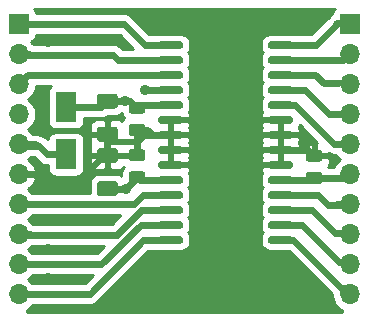
<source format=gtl>
G04 #@! TF.GenerationSoftware,KiCad,Pcbnew,(5.1.5)-3*
G04 #@! TF.CreationDate,2020-04-23T23:36:20+02:00*
G04 #@! TF.ProjectId,01_spi_pont_H,30315f73-7069-45f7-906f-6e745f482e6b,rev?*
G04 #@! TF.SameCoordinates,Original*
G04 #@! TF.FileFunction,Copper,L1,Top*
G04 #@! TF.FilePolarity,Positive*
%FSLAX46Y46*%
G04 Gerber Fmt 4.6, Leading zero omitted, Abs format (unit mm)*
G04 Created by KiCad (PCBNEW (5.1.5)-3) date 2020-04-23 23:36:20*
%MOMM*%
%LPD*%
G04 APERTURE LIST*
%ADD10C,0.100000*%
%ADD11R,1.800000X2.500000*%
%ADD12R,1.700000X1.700000*%
%ADD13O,1.700000X1.700000*%
%ADD14C,0.900000*%
%ADD15C,0.500000*%
%ADD16C,0.600000*%
%ADD17C,0.254000*%
G04 APERTURE END LIST*
G04 #@! TA.AperFunction,SMDPad,CuDef*
D10*
G36*
X126980142Y-71576174D02*
G01*
X127003803Y-71579684D01*
X127027007Y-71585496D01*
X127049529Y-71593554D01*
X127071153Y-71603782D01*
X127091670Y-71616079D01*
X127110883Y-71630329D01*
X127128607Y-71646393D01*
X127144671Y-71664117D01*
X127158921Y-71683330D01*
X127171218Y-71703847D01*
X127181446Y-71725471D01*
X127189504Y-71747993D01*
X127195316Y-71771197D01*
X127198826Y-71794858D01*
X127200000Y-71818750D01*
X127200000Y-72306250D01*
X127198826Y-72330142D01*
X127195316Y-72353803D01*
X127189504Y-72377007D01*
X127181446Y-72399529D01*
X127171218Y-72421153D01*
X127158921Y-72441670D01*
X127144671Y-72460883D01*
X127128607Y-72478607D01*
X127110883Y-72494671D01*
X127091670Y-72508921D01*
X127071153Y-72521218D01*
X127049529Y-72531446D01*
X127027007Y-72539504D01*
X127003803Y-72545316D01*
X126980142Y-72548826D01*
X126956250Y-72550000D01*
X126043750Y-72550000D01*
X126019858Y-72548826D01*
X125996197Y-72545316D01*
X125972993Y-72539504D01*
X125950471Y-72531446D01*
X125928847Y-72521218D01*
X125908330Y-72508921D01*
X125889117Y-72494671D01*
X125871393Y-72478607D01*
X125855329Y-72460883D01*
X125841079Y-72441670D01*
X125828782Y-72421153D01*
X125818554Y-72399529D01*
X125810496Y-72377007D01*
X125804684Y-72353803D01*
X125801174Y-72330142D01*
X125800000Y-72306250D01*
X125800000Y-71818750D01*
X125801174Y-71794858D01*
X125804684Y-71771197D01*
X125810496Y-71747993D01*
X125818554Y-71725471D01*
X125828782Y-71703847D01*
X125841079Y-71683330D01*
X125855329Y-71664117D01*
X125871393Y-71646393D01*
X125889117Y-71630329D01*
X125908330Y-71616079D01*
X125928847Y-71603782D01*
X125950471Y-71593554D01*
X125972993Y-71585496D01*
X125996197Y-71579684D01*
X126019858Y-71576174D01*
X126043750Y-71575000D01*
X126956250Y-71575000D01*
X126980142Y-71576174D01*
G37*
G04 #@! TD.AperFunction*
G04 #@! TA.AperFunction,SMDPad,CuDef*
G36*
X126980142Y-73451174D02*
G01*
X127003803Y-73454684D01*
X127027007Y-73460496D01*
X127049529Y-73468554D01*
X127071153Y-73478782D01*
X127091670Y-73491079D01*
X127110883Y-73505329D01*
X127128607Y-73521393D01*
X127144671Y-73539117D01*
X127158921Y-73558330D01*
X127171218Y-73578847D01*
X127181446Y-73600471D01*
X127189504Y-73622993D01*
X127195316Y-73646197D01*
X127198826Y-73669858D01*
X127200000Y-73693750D01*
X127200000Y-74181250D01*
X127198826Y-74205142D01*
X127195316Y-74228803D01*
X127189504Y-74252007D01*
X127181446Y-74274529D01*
X127171218Y-74296153D01*
X127158921Y-74316670D01*
X127144671Y-74335883D01*
X127128607Y-74353607D01*
X127110883Y-74369671D01*
X127091670Y-74383921D01*
X127071153Y-74396218D01*
X127049529Y-74406446D01*
X127027007Y-74414504D01*
X127003803Y-74420316D01*
X126980142Y-74423826D01*
X126956250Y-74425000D01*
X126043750Y-74425000D01*
X126019858Y-74423826D01*
X125996197Y-74420316D01*
X125972993Y-74414504D01*
X125950471Y-74406446D01*
X125928847Y-74396218D01*
X125908330Y-74383921D01*
X125889117Y-74369671D01*
X125871393Y-74353607D01*
X125855329Y-74335883D01*
X125841079Y-74316670D01*
X125828782Y-74296153D01*
X125818554Y-74274529D01*
X125810496Y-74252007D01*
X125804684Y-74228803D01*
X125801174Y-74205142D01*
X125800000Y-74181250D01*
X125800000Y-73693750D01*
X125801174Y-73669858D01*
X125804684Y-73646197D01*
X125810496Y-73622993D01*
X125818554Y-73600471D01*
X125828782Y-73578847D01*
X125841079Y-73558330D01*
X125855329Y-73539117D01*
X125871393Y-73521393D01*
X125889117Y-73505329D01*
X125908330Y-73491079D01*
X125928847Y-73478782D01*
X125950471Y-73468554D01*
X125972993Y-73460496D01*
X125996197Y-73454684D01*
X126019858Y-73451174D01*
X126043750Y-73450000D01*
X126956250Y-73450000D01*
X126980142Y-73451174D01*
G37*
G04 #@! TD.AperFunction*
G04 #@! TA.AperFunction,SMDPad,CuDef*
G36*
X126980142Y-75576174D02*
G01*
X127003803Y-75579684D01*
X127027007Y-75585496D01*
X127049529Y-75593554D01*
X127071153Y-75603782D01*
X127091670Y-75616079D01*
X127110883Y-75630329D01*
X127128607Y-75646393D01*
X127144671Y-75664117D01*
X127158921Y-75683330D01*
X127171218Y-75703847D01*
X127181446Y-75725471D01*
X127189504Y-75747993D01*
X127195316Y-75771197D01*
X127198826Y-75794858D01*
X127200000Y-75818750D01*
X127200000Y-76306250D01*
X127198826Y-76330142D01*
X127195316Y-76353803D01*
X127189504Y-76377007D01*
X127181446Y-76399529D01*
X127171218Y-76421153D01*
X127158921Y-76441670D01*
X127144671Y-76460883D01*
X127128607Y-76478607D01*
X127110883Y-76494671D01*
X127091670Y-76508921D01*
X127071153Y-76521218D01*
X127049529Y-76531446D01*
X127027007Y-76539504D01*
X127003803Y-76545316D01*
X126980142Y-76548826D01*
X126956250Y-76550000D01*
X126043750Y-76550000D01*
X126019858Y-76548826D01*
X125996197Y-76545316D01*
X125972993Y-76539504D01*
X125950471Y-76531446D01*
X125928847Y-76521218D01*
X125908330Y-76508921D01*
X125889117Y-76494671D01*
X125871393Y-76478607D01*
X125855329Y-76460883D01*
X125841079Y-76441670D01*
X125828782Y-76421153D01*
X125818554Y-76399529D01*
X125810496Y-76377007D01*
X125804684Y-76353803D01*
X125801174Y-76330142D01*
X125800000Y-76306250D01*
X125800000Y-75818750D01*
X125801174Y-75794858D01*
X125804684Y-75771197D01*
X125810496Y-75747993D01*
X125818554Y-75725471D01*
X125828782Y-75703847D01*
X125841079Y-75683330D01*
X125855329Y-75664117D01*
X125871393Y-75646393D01*
X125889117Y-75630329D01*
X125908330Y-75616079D01*
X125928847Y-75603782D01*
X125950471Y-75593554D01*
X125972993Y-75585496D01*
X125996197Y-75579684D01*
X126019858Y-75576174D01*
X126043750Y-75575000D01*
X126956250Y-75575000D01*
X126980142Y-75576174D01*
G37*
G04 #@! TD.AperFunction*
G04 #@! TA.AperFunction,SMDPad,CuDef*
G36*
X126980142Y-77451174D02*
G01*
X127003803Y-77454684D01*
X127027007Y-77460496D01*
X127049529Y-77468554D01*
X127071153Y-77478782D01*
X127091670Y-77491079D01*
X127110883Y-77505329D01*
X127128607Y-77521393D01*
X127144671Y-77539117D01*
X127158921Y-77558330D01*
X127171218Y-77578847D01*
X127181446Y-77600471D01*
X127189504Y-77622993D01*
X127195316Y-77646197D01*
X127198826Y-77669858D01*
X127200000Y-77693750D01*
X127200000Y-78181250D01*
X127198826Y-78205142D01*
X127195316Y-78228803D01*
X127189504Y-78252007D01*
X127181446Y-78274529D01*
X127171218Y-78296153D01*
X127158921Y-78316670D01*
X127144671Y-78335883D01*
X127128607Y-78353607D01*
X127110883Y-78369671D01*
X127091670Y-78383921D01*
X127071153Y-78396218D01*
X127049529Y-78406446D01*
X127027007Y-78414504D01*
X127003803Y-78420316D01*
X126980142Y-78423826D01*
X126956250Y-78425000D01*
X126043750Y-78425000D01*
X126019858Y-78423826D01*
X125996197Y-78420316D01*
X125972993Y-78414504D01*
X125950471Y-78406446D01*
X125928847Y-78396218D01*
X125908330Y-78383921D01*
X125889117Y-78369671D01*
X125871393Y-78353607D01*
X125855329Y-78335883D01*
X125841079Y-78316670D01*
X125828782Y-78296153D01*
X125818554Y-78274529D01*
X125810496Y-78252007D01*
X125804684Y-78228803D01*
X125801174Y-78205142D01*
X125800000Y-78181250D01*
X125800000Y-77693750D01*
X125801174Y-77669858D01*
X125804684Y-77646197D01*
X125810496Y-77622993D01*
X125818554Y-77600471D01*
X125828782Y-77578847D01*
X125841079Y-77558330D01*
X125855329Y-77539117D01*
X125871393Y-77521393D01*
X125889117Y-77505329D01*
X125908330Y-77491079D01*
X125928847Y-77478782D01*
X125950471Y-77468554D01*
X125972993Y-77460496D01*
X125996197Y-77454684D01*
X126019858Y-77451174D01*
X126043750Y-77450000D01*
X126956250Y-77450000D01*
X126980142Y-77451174D01*
G37*
G04 #@! TD.AperFunction*
G04 #@! TA.AperFunction,SMDPad,CuDef*
G36*
X124649504Y-70876204D02*
G01*
X124673773Y-70879804D01*
X124697571Y-70885765D01*
X124720671Y-70894030D01*
X124742849Y-70904520D01*
X124763893Y-70917133D01*
X124783598Y-70931747D01*
X124801777Y-70948223D01*
X124818253Y-70966402D01*
X124832867Y-70986107D01*
X124845480Y-71007151D01*
X124855970Y-71029329D01*
X124864235Y-71052429D01*
X124870196Y-71076227D01*
X124873796Y-71100496D01*
X124875000Y-71125000D01*
X124875000Y-71875000D01*
X124873796Y-71899504D01*
X124870196Y-71923773D01*
X124864235Y-71947571D01*
X124855970Y-71970671D01*
X124845480Y-71992849D01*
X124832867Y-72013893D01*
X124818253Y-72033598D01*
X124801777Y-72051777D01*
X124783598Y-72068253D01*
X124763893Y-72082867D01*
X124742849Y-72095480D01*
X124720671Y-72105970D01*
X124697571Y-72114235D01*
X124673773Y-72120196D01*
X124649504Y-72123796D01*
X124625000Y-72125000D01*
X123375000Y-72125000D01*
X123350496Y-72123796D01*
X123326227Y-72120196D01*
X123302429Y-72114235D01*
X123279329Y-72105970D01*
X123257151Y-72095480D01*
X123236107Y-72082867D01*
X123216402Y-72068253D01*
X123198223Y-72051777D01*
X123181747Y-72033598D01*
X123167133Y-72013893D01*
X123154520Y-71992849D01*
X123144030Y-71970671D01*
X123135765Y-71947571D01*
X123129804Y-71923773D01*
X123126204Y-71899504D01*
X123125000Y-71875000D01*
X123125000Y-71125000D01*
X123126204Y-71100496D01*
X123129804Y-71076227D01*
X123135765Y-71052429D01*
X123144030Y-71029329D01*
X123154520Y-71007151D01*
X123167133Y-70986107D01*
X123181747Y-70966402D01*
X123198223Y-70948223D01*
X123216402Y-70931747D01*
X123236107Y-70917133D01*
X123257151Y-70904520D01*
X123279329Y-70894030D01*
X123302429Y-70885765D01*
X123326227Y-70879804D01*
X123350496Y-70876204D01*
X123375000Y-70875000D01*
X124625000Y-70875000D01*
X124649504Y-70876204D01*
G37*
G04 #@! TD.AperFunction*
G04 #@! TA.AperFunction,SMDPad,CuDef*
G36*
X124649504Y-73676204D02*
G01*
X124673773Y-73679804D01*
X124697571Y-73685765D01*
X124720671Y-73694030D01*
X124742849Y-73704520D01*
X124763893Y-73717133D01*
X124783598Y-73731747D01*
X124801777Y-73748223D01*
X124818253Y-73766402D01*
X124832867Y-73786107D01*
X124845480Y-73807151D01*
X124855970Y-73829329D01*
X124864235Y-73852429D01*
X124870196Y-73876227D01*
X124873796Y-73900496D01*
X124875000Y-73925000D01*
X124875000Y-74675000D01*
X124873796Y-74699504D01*
X124870196Y-74723773D01*
X124864235Y-74747571D01*
X124855970Y-74770671D01*
X124845480Y-74792849D01*
X124832867Y-74813893D01*
X124818253Y-74833598D01*
X124801777Y-74851777D01*
X124783598Y-74868253D01*
X124763893Y-74882867D01*
X124742849Y-74895480D01*
X124720671Y-74905970D01*
X124697571Y-74914235D01*
X124673773Y-74920196D01*
X124649504Y-74923796D01*
X124625000Y-74925000D01*
X123375000Y-74925000D01*
X123350496Y-74923796D01*
X123326227Y-74920196D01*
X123302429Y-74914235D01*
X123279329Y-74905970D01*
X123257151Y-74895480D01*
X123236107Y-74882867D01*
X123216402Y-74868253D01*
X123198223Y-74851777D01*
X123181747Y-74833598D01*
X123167133Y-74813893D01*
X123154520Y-74792849D01*
X123144030Y-74770671D01*
X123135765Y-74747571D01*
X123129804Y-74723773D01*
X123126204Y-74699504D01*
X123125000Y-74675000D01*
X123125000Y-73925000D01*
X123126204Y-73900496D01*
X123129804Y-73876227D01*
X123135765Y-73852429D01*
X123144030Y-73829329D01*
X123154520Y-73807151D01*
X123167133Y-73786107D01*
X123181747Y-73766402D01*
X123198223Y-73748223D01*
X123216402Y-73731747D01*
X123236107Y-73717133D01*
X123257151Y-73704520D01*
X123279329Y-73694030D01*
X123302429Y-73685765D01*
X123326227Y-73679804D01*
X123350496Y-73676204D01*
X123375000Y-73675000D01*
X124625000Y-73675000D01*
X124649504Y-73676204D01*
G37*
G04 #@! TD.AperFunction*
G04 #@! TA.AperFunction,SMDPad,CuDef*
G36*
X141980142Y-77513674D02*
G01*
X142003803Y-77517184D01*
X142027007Y-77522996D01*
X142049529Y-77531054D01*
X142071153Y-77541282D01*
X142091670Y-77553579D01*
X142110883Y-77567829D01*
X142128607Y-77583893D01*
X142144671Y-77601617D01*
X142158921Y-77620830D01*
X142171218Y-77641347D01*
X142181446Y-77662971D01*
X142189504Y-77685493D01*
X142195316Y-77708697D01*
X142198826Y-77732358D01*
X142200000Y-77756250D01*
X142200000Y-78243750D01*
X142198826Y-78267642D01*
X142195316Y-78291303D01*
X142189504Y-78314507D01*
X142181446Y-78337029D01*
X142171218Y-78358653D01*
X142158921Y-78379170D01*
X142144671Y-78398383D01*
X142128607Y-78416107D01*
X142110883Y-78432171D01*
X142091670Y-78446421D01*
X142071153Y-78458718D01*
X142049529Y-78468946D01*
X142027007Y-78477004D01*
X142003803Y-78482816D01*
X141980142Y-78486326D01*
X141956250Y-78487500D01*
X141043750Y-78487500D01*
X141019858Y-78486326D01*
X140996197Y-78482816D01*
X140972993Y-78477004D01*
X140950471Y-78468946D01*
X140928847Y-78458718D01*
X140908330Y-78446421D01*
X140889117Y-78432171D01*
X140871393Y-78416107D01*
X140855329Y-78398383D01*
X140841079Y-78379170D01*
X140828782Y-78358653D01*
X140818554Y-78337029D01*
X140810496Y-78314507D01*
X140804684Y-78291303D01*
X140801174Y-78267642D01*
X140800000Y-78243750D01*
X140800000Y-77756250D01*
X140801174Y-77732358D01*
X140804684Y-77708697D01*
X140810496Y-77685493D01*
X140818554Y-77662971D01*
X140828782Y-77641347D01*
X140841079Y-77620830D01*
X140855329Y-77601617D01*
X140871393Y-77583893D01*
X140889117Y-77567829D01*
X140908330Y-77553579D01*
X140928847Y-77541282D01*
X140950471Y-77531054D01*
X140972993Y-77522996D01*
X140996197Y-77517184D01*
X141019858Y-77513674D01*
X141043750Y-77512500D01*
X141956250Y-77512500D01*
X141980142Y-77513674D01*
G37*
G04 #@! TD.AperFunction*
G04 #@! TA.AperFunction,SMDPad,CuDef*
G36*
X141980142Y-75638674D02*
G01*
X142003803Y-75642184D01*
X142027007Y-75647996D01*
X142049529Y-75656054D01*
X142071153Y-75666282D01*
X142091670Y-75678579D01*
X142110883Y-75692829D01*
X142128607Y-75708893D01*
X142144671Y-75726617D01*
X142158921Y-75745830D01*
X142171218Y-75766347D01*
X142181446Y-75787971D01*
X142189504Y-75810493D01*
X142195316Y-75833697D01*
X142198826Y-75857358D01*
X142200000Y-75881250D01*
X142200000Y-76368750D01*
X142198826Y-76392642D01*
X142195316Y-76416303D01*
X142189504Y-76439507D01*
X142181446Y-76462029D01*
X142171218Y-76483653D01*
X142158921Y-76504170D01*
X142144671Y-76523383D01*
X142128607Y-76541107D01*
X142110883Y-76557171D01*
X142091670Y-76571421D01*
X142071153Y-76583718D01*
X142049529Y-76593946D01*
X142027007Y-76602004D01*
X142003803Y-76607816D01*
X141980142Y-76611326D01*
X141956250Y-76612500D01*
X141043750Y-76612500D01*
X141019858Y-76611326D01*
X140996197Y-76607816D01*
X140972993Y-76602004D01*
X140950471Y-76593946D01*
X140928847Y-76583718D01*
X140908330Y-76571421D01*
X140889117Y-76557171D01*
X140871393Y-76541107D01*
X140855329Y-76523383D01*
X140841079Y-76504170D01*
X140828782Y-76483653D01*
X140818554Y-76462029D01*
X140810496Y-76439507D01*
X140804684Y-76416303D01*
X140801174Y-76392642D01*
X140800000Y-76368750D01*
X140800000Y-75881250D01*
X140801174Y-75857358D01*
X140804684Y-75833697D01*
X140810496Y-75810493D01*
X140818554Y-75787971D01*
X140828782Y-75766347D01*
X140841079Y-75745830D01*
X140855329Y-75726617D01*
X140871393Y-75708893D01*
X140889117Y-75692829D01*
X140908330Y-75678579D01*
X140928847Y-75666282D01*
X140950471Y-75656054D01*
X140972993Y-75647996D01*
X140996197Y-75642184D01*
X141019858Y-75638674D01*
X141043750Y-75637500D01*
X141956250Y-75637500D01*
X141980142Y-75638674D01*
G37*
G04 #@! TD.AperFunction*
D11*
X120500000Y-72000000D03*
X120500000Y-76000000D03*
D12*
X116500000Y-65000000D03*
D13*
X116500000Y-67540000D03*
X116500000Y-70080000D03*
X116500000Y-72620000D03*
X116500000Y-75160000D03*
X116500000Y-77700000D03*
X116500000Y-80240000D03*
X116500000Y-82780000D03*
X116500000Y-85320000D03*
X116500000Y-87860000D03*
X144500000Y-87860000D03*
X144500000Y-85320000D03*
X144500000Y-82780000D03*
X144500000Y-80240000D03*
X144500000Y-77700000D03*
X144500000Y-75160000D03*
X144500000Y-72620000D03*
X144500000Y-70080000D03*
X144500000Y-67540000D03*
D12*
X144500000Y-65000000D03*
G04 #@! TA.AperFunction,SMDPad,CuDef*
D10*
G36*
X130239703Y-66445722D02*
G01*
X130254264Y-66447882D01*
X130268543Y-66451459D01*
X130282403Y-66456418D01*
X130295710Y-66462712D01*
X130308336Y-66470280D01*
X130320159Y-66479048D01*
X130331066Y-66488934D01*
X130340952Y-66499841D01*
X130349720Y-66511664D01*
X130357288Y-66524290D01*
X130363582Y-66537597D01*
X130368541Y-66551457D01*
X130372118Y-66565736D01*
X130374278Y-66580297D01*
X130375000Y-66595000D01*
X130375000Y-66895000D01*
X130374278Y-66909703D01*
X130372118Y-66924264D01*
X130368541Y-66938543D01*
X130363582Y-66952403D01*
X130357288Y-66965710D01*
X130349720Y-66978336D01*
X130340952Y-66990159D01*
X130331066Y-67001066D01*
X130320159Y-67010952D01*
X130308336Y-67019720D01*
X130295710Y-67027288D01*
X130282403Y-67033582D01*
X130268543Y-67038541D01*
X130254264Y-67042118D01*
X130239703Y-67044278D01*
X130225000Y-67045000D01*
X128475000Y-67045000D01*
X128460297Y-67044278D01*
X128445736Y-67042118D01*
X128431457Y-67038541D01*
X128417597Y-67033582D01*
X128404290Y-67027288D01*
X128391664Y-67019720D01*
X128379841Y-67010952D01*
X128368934Y-67001066D01*
X128359048Y-66990159D01*
X128350280Y-66978336D01*
X128342712Y-66965710D01*
X128336418Y-66952403D01*
X128331459Y-66938543D01*
X128327882Y-66924264D01*
X128325722Y-66909703D01*
X128325000Y-66895000D01*
X128325000Y-66595000D01*
X128325722Y-66580297D01*
X128327882Y-66565736D01*
X128331459Y-66551457D01*
X128336418Y-66537597D01*
X128342712Y-66524290D01*
X128350280Y-66511664D01*
X128359048Y-66499841D01*
X128368934Y-66488934D01*
X128379841Y-66479048D01*
X128391664Y-66470280D01*
X128404290Y-66462712D01*
X128417597Y-66456418D01*
X128431457Y-66451459D01*
X128445736Y-66447882D01*
X128460297Y-66445722D01*
X128475000Y-66445000D01*
X130225000Y-66445000D01*
X130239703Y-66445722D01*
G37*
G04 #@! TD.AperFunction*
G04 #@! TA.AperFunction,SMDPad,CuDef*
G36*
X130239703Y-67715722D02*
G01*
X130254264Y-67717882D01*
X130268543Y-67721459D01*
X130282403Y-67726418D01*
X130295710Y-67732712D01*
X130308336Y-67740280D01*
X130320159Y-67749048D01*
X130331066Y-67758934D01*
X130340952Y-67769841D01*
X130349720Y-67781664D01*
X130357288Y-67794290D01*
X130363582Y-67807597D01*
X130368541Y-67821457D01*
X130372118Y-67835736D01*
X130374278Y-67850297D01*
X130375000Y-67865000D01*
X130375000Y-68165000D01*
X130374278Y-68179703D01*
X130372118Y-68194264D01*
X130368541Y-68208543D01*
X130363582Y-68222403D01*
X130357288Y-68235710D01*
X130349720Y-68248336D01*
X130340952Y-68260159D01*
X130331066Y-68271066D01*
X130320159Y-68280952D01*
X130308336Y-68289720D01*
X130295710Y-68297288D01*
X130282403Y-68303582D01*
X130268543Y-68308541D01*
X130254264Y-68312118D01*
X130239703Y-68314278D01*
X130225000Y-68315000D01*
X128475000Y-68315000D01*
X128460297Y-68314278D01*
X128445736Y-68312118D01*
X128431457Y-68308541D01*
X128417597Y-68303582D01*
X128404290Y-68297288D01*
X128391664Y-68289720D01*
X128379841Y-68280952D01*
X128368934Y-68271066D01*
X128359048Y-68260159D01*
X128350280Y-68248336D01*
X128342712Y-68235710D01*
X128336418Y-68222403D01*
X128331459Y-68208543D01*
X128327882Y-68194264D01*
X128325722Y-68179703D01*
X128325000Y-68165000D01*
X128325000Y-67865000D01*
X128325722Y-67850297D01*
X128327882Y-67835736D01*
X128331459Y-67821457D01*
X128336418Y-67807597D01*
X128342712Y-67794290D01*
X128350280Y-67781664D01*
X128359048Y-67769841D01*
X128368934Y-67758934D01*
X128379841Y-67749048D01*
X128391664Y-67740280D01*
X128404290Y-67732712D01*
X128417597Y-67726418D01*
X128431457Y-67721459D01*
X128445736Y-67717882D01*
X128460297Y-67715722D01*
X128475000Y-67715000D01*
X130225000Y-67715000D01*
X130239703Y-67715722D01*
G37*
G04 #@! TD.AperFunction*
G04 #@! TA.AperFunction,SMDPad,CuDef*
G36*
X130239703Y-68985722D02*
G01*
X130254264Y-68987882D01*
X130268543Y-68991459D01*
X130282403Y-68996418D01*
X130295710Y-69002712D01*
X130308336Y-69010280D01*
X130320159Y-69019048D01*
X130331066Y-69028934D01*
X130340952Y-69039841D01*
X130349720Y-69051664D01*
X130357288Y-69064290D01*
X130363582Y-69077597D01*
X130368541Y-69091457D01*
X130372118Y-69105736D01*
X130374278Y-69120297D01*
X130375000Y-69135000D01*
X130375000Y-69435000D01*
X130374278Y-69449703D01*
X130372118Y-69464264D01*
X130368541Y-69478543D01*
X130363582Y-69492403D01*
X130357288Y-69505710D01*
X130349720Y-69518336D01*
X130340952Y-69530159D01*
X130331066Y-69541066D01*
X130320159Y-69550952D01*
X130308336Y-69559720D01*
X130295710Y-69567288D01*
X130282403Y-69573582D01*
X130268543Y-69578541D01*
X130254264Y-69582118D01*
X130239703Y-69584278D01*
X130225000Y-69585000D01*
X128475000Y-69585000D01*
X128460297Y-69584278D01*
X128445736Y-69582118D01*
X128431457Y-69578541D01*
X128417597Y-69573582D01*
X128404290Y-69567288D01*
X128391664Y-69559720D01*
X128379841Y-69550952D01*
X128368934Y-69541066D01*
X128359048Y-69530159D01*
X128350280Y-69518336D01*
X128342712Y-69505710D01*
X128336418Y-69492403D01*
X128331459Y-69478543D01*
X128327882Y-69464264D01*
X128325722Y-69449703D01*
X128325000Y-69435000D01*
X128325000Y-69135000D01*
X128325722Y-69120297D01*
X128327882Y-69105736D01*
X128331459Y-69091457D01*
X128336418Y-69077597D01*
X128342712Y-69064290D01*
X128350280Y-69051664D01*
X128359048Y-69039841D01*
X128368934Y-69028934D01*
X128379841Y-69019048D01*
X128391664Y-69010280D01*
X128404290Y-69002712D01*
X128417597Y-68996418D01*
X128431457Y-68991459D01*
X128445736Y-68987882D01*
X128460297Y-68985722D01*
X128475000Y-68985000D01*
X130225000Y-68985000D01*
X130239703Y-68985722D01*
G37*
G04 #@! TD.AperFunction*
G04 #@! TA.AperFunction,SMDPad,CuDef*
G36*
X130239703Y-70255722D02*
G01*
X130254264Y-70257882D01*
X130268543Y-70261459D01*
X130282403Y-70266418D01*
X130295710Y-70272712D01*
X130308336Y-70280280D01*
X130320159Y-70289048D01*
X130331066Y-70298934D01*
X130340952Y-70309841D01*
X130349720Y-70321664D01*
X130357288Y-70334290D01*
X130363582Y-70347597D01*
X130368541Y-70361457D01*
X130372118Y-70375736D01*
X130374278Y-70390297D01*
X130375000Y-70405000D01*
X130375000Y-70705000D01*
X130374278Y-70719703D01*
X130372118Y-70734264D01*
X130368541Y-70748543D01*
X130363582Y-70762403D01*
X130357288Y-70775710D01*
X130349720Y-70788336D01*
X130340952Y-70800159D01*
X130331066Y-70811066D01*
X130320159Y-70820952D01*
X130308336Y-70829720D01*
X130295710Y-70837288D01*
X130282403Y-70843582D01*
X130268543Y-70848541D01*
X130254264Y-70852118D01*
X130239703Y-70854278D01*
X130225000Y-70855000D01*
X128475000Y-70855000D01*
X128460297Y-70854278D01*
X128445736Y-70852118D01*
X128431457Y-70848541D01*
X128417597Y-70843582D01*
X128404290Y-70837288D01*
X128391664Y-70829720D01*
X128379841Y-70820952D01*
X128368934Y-70811066D01*
X128359048Y-70800159D01*
X128350280Y-70788336D01*
X128342712Y-70775710D01*
X128336418Y-70762403D01*
X128331459Y-70748543D01*
X128327882Y-70734264D01*
X128325722Y-70719703D01*
X128325000Y-70705000D01*
X128325000Y-70405000D01*
X128325722Y-70390297D01*
X128327882Y-70375736D01*
X128331459Y-70361457D01*
X128336418Y-70347597D01*
X128342712Y-70334290D01*
X128350280Y-70321664D01*
X128359048Y-70309841D01*
X128368934Y-70298934D01*
X128379841Y-70289048D01*
X128391664Y-70280280D01*
X128404290Y-70272712D01*
X128417597Y-70266418D01*
X128431457Y-70261459D01*
X128445736Y-70257882D01*
X128460297Y-70255722D01*
X128475000Y-70255000D01*
X130225000Y-70255000D01*
X130239703Y-70255722D01*
G37*
G04 #@! TD.AperFunction*
G04 #@! TA.AperFunction,SMDPad,CuDef*
G36*
X130239703Y-71525722D02*
G01*
X130254264Y-71527882D01*
X130268543Y-71531459D01*
X130282403Y-71536418D01*
X130295710Y-71542712D01*
X130308336Y-71550280D01*
X130320159Y-71559048D01*
X130331066Y-71568934D01*
X130340952Y-71579841D01*
X130349720Y-71591664D01*
X130357288Y-71604290D01*
X130363582Y-71617597D01*
X130368541Y-71631457D01*
X130372118Y-71645736D01*
X130374278Y-71660297D01*
X130375000Y-71675000D01*
X130375000Y-71975000D01*
X130374278Y-71989703D01*
X130372118Y-72004264D01*
X130368541Y-72018543D01*
X130363582Y-72032403D01*
X130357288Y-72045710D01*
X130349720Y-72058336D01*
X130340952Y-72070159D01*
X130331066Y-72081066D01*
X130320159Y-72090952D01*
X130308336Y-72099720D01*
X130295710Y-72107288D01*
X130282403Y-72113582D01*
X130268543Y-72118541D01*
X130254264Y-72122118D01*
X130239703Y-72124278D01*
X130225000Y-72125000D01*
X128475000Y-72125000D01*
X128460297Y-72124278D01*
X128445736Y-72122118D01*
X128431457Y-72118541D01*
X128417597Y-72113582D01*
X128404290Y-72107288D01*
X128391664Y-72099720D01*
X128379841Y-72090952D01*
X128368934Y-72081066D01*
X128359048Y-72070159D01*
X128350280Y-72058336D01*
X128342712Y-72045710D01*
X128336418Y-72032403D01*
X128331459Y-72018543D01*
X128327882Y-72004264D01*
X128325722Y-71989703D01*
X128325000Y-71975000D01*
X128325000Y-71675000D01*
X128325722Y-71660297D01*
X128327882Y-71645736D01*
X128331459Y-71631457D01*
X128336418Y-71617597D01*
X128342712Y-71604290D01*
X128350280Y-71591664D01*
X128359048Y-71579841D01*
X128368934Y-71568934D01*
X128379841Y-71559048D01*
X128391664Y-71550280D01*
X128404290Y-71542712D01*
X128417597Y-71536418D01*
X128431457Y-71531459D01*
X128445736Y-71527882D01*
X128460297Y-71525722D01*
X128475000Y-71525000D01*
X130225000Y-71525000D01*
X130239703Y-71525722D01*
G37*
G04 #@! TD.AperFunction*
G04 #@! TA.AperFunction,SMDPad,CuDef*
G36*
X130239703Y-72795722D02*
G01*
X130254264Y-72797882D01*
X130268543Y-72801459D01*
X130282403Y-72806418D01*
X130295710Y-72812712D01*
X130308336Y-72820280D01*
X130320159Y-72829048D01*
X130331066Y-72838934D01*
X130340952Y-72849841D01*
X130349720Y-72861664D01*
X130357288Y-72874290D01*
X130363582Y-72887597D01*
X130368541Y-72901457D01*
X130372118Y-72915736D01*
X130374278Y-72930297D01*
X130375000Y-72945000D01*
X130375000Y-73245000D01*
X130374278Y-73259703D01*
X130372118Y-73274264D01*
X130368541Y-73288543D01*
X130363582Y-73302403D01*
X130357288Y-73315710D01*
X130349720Y-73328336D01*
X130340952Y-73340159D01*
X130331066Y-73351066D01*
X130320159Y-73360952D01*
X130308336Y-73369720D01*
X130295710Y-73377288D01*
X130282403Y-73383582D01*
X130268543Y-73388541D01*
X130254264Y-73392118D01*
X130239703Y-73394278D01*
X130225000Y-73395000D01*
X128475000Y-73395000D01*
X128460297Y-73394278D01*
X128445736Y-73392118D01*
X128431457Y-73388541D01*
X128417597Y-73383582D01*
X128404290Y-73377288D01*
X128391664Y-73369720D01*
X128379841Y-73360952D01*
X128368934Y-73351066D01*
X128359048Y-73340159D01*
X128350280Y-73328336D01*
X128342712Y-73315710D01*
X128336418Y-73302403D01*
X128331459Y-73288543D01*
X128327882Y-73274264D01*
X128325722Y-73259703D01*
X128325000Y-73245000D01*
X128325000Y-72945000D01*
X128325722Y-72930297D01*
X128327882Y-72915736D01*
X128331459Y-72901457D01*
X128336418Y-72887597D01*
X128342712Y-72874290D01*
X128350280Y-72861664D01*
X128359048Y-72849841D01*
X128368934Y-72838934D01*
X128379841Y-72829048D01*
X128391664Y-72820280D01*
X128404290Y-72812712D01*
X128417597Y-72806418D01*
X128431457Y-72801459D01*
X128445736Y-72797882D01*
X128460297Y-72795722D01*
X128475000Y-72795000D01*
X130225000Y-72795000D01*
X130239703Y-72795722D01*
G37*
G04 #@! TD.AperFunction*
G04 #@! TA.AperFunction,SMDPad,CuDef*
G36*
X130239703Y-74065722D02*
G01*
X130254264Y-74067882D01*
X130268543Y-74071459D01*
X130282403Y-74076418D01*
X130295710Y-74082712D01*
X130308336Y-74090280D01*
X130320159Y-74099048D01*
X130331066Y-74108934D01*
X130340952Y-74119841D01*
X130349720Y-74131664D01*
X130357288Y-74144290D01*
X130363582Y-74157597D01*
X130368541Y-74171457D01*
X130372118Y-74185736D01*
X130374278Y-74200297D01*
X130375000Y-74215000D01*
X130375000Y-74515000D01*
X130374278Y-74529703D01*
X130372118Y-74544264D01*
X130368541Y-74558543D01*
X130363582Y-74572403D01*
X130357288Y-74585710D01*
X130349720Y-74598336D01*
X130340952Y-74610159D01*
X130331066Y-74621066D01*
X130320159Y-74630952D01*
X130308336Y-74639720D01*
X130295710Y-74647288D01*
X130282403Y-74653582D01*
X130268543Y-74658541D01*
X130254264Y-74662118D01*
X130239703Y-74664278D01*
X130225000Y-74665000D01*
X128475000Y-74665000D01*
X128460297Y-74664278D01*
X128445736Y-74662118D01*
X128431457Y-74658541D01*
X128417597Y-74653582D01*
X128404290Y-74647288D01*
X128391664Y-74639720D01*
X128379841Y-74630952D01*
X128368934Y-74621066D01*
X128359048Y-74610159D01*
X128350280Y-74598336D01*
X128342712Y-74585710D01*
X128336418Y-74572403D01*
X128331459Y-74558543D01*
X128327882Y-74544264D01*
X128325722Y-74529703D01*
X128325000Y-74515000D01*
X128325000Y-74215000D01*
X128325722Y-74200297D01*
X128327882Y-74185736D01*
X128331459Y-74171457D01*
X128336418Y-74157597D01*
X128342712Y-74144290D01*
X128350280Y-74131664D01*
X128359048Y-74119841D01*
X128368934Y-74108934D01*
X128379841Y-74099048D01*
X128391664Y-74090280D01*
X128404290Y-74082712D01*
X128417597Y-74076418D01*
X128431457Y-74071459D01*
X128445736Y-74067882D01*
X128460297Y-74065722D01*
X128475000Y-74065000D01*
X130225000Y-74065000D01*
X130239703Y-74065722D01*
G37*
G04 #@! TD.AperFunction*
G04 #@! TA.AperFunction,SMDPad,CuDef*
G36*
X130239703Y-75335722D02*
G01*
X130254264Y-75337882D01*
X130268543Y-75341459D01*
X130282403Y-75346418D01*
X130295710Y-75352712D01*
X130308336Y-75360280D01*
X130320159Y-75369048D01*
X130331066Y-75378934D01*
X130340952Y-75389841D01*
X130349720Y-75401664D01*
X130357288Y-75414290D01*
X130363582Y-75427597D01*
X130368541Y-75441457D01*
X130372118Y-75455736D01*
X130374278Y-75470297D01*
X130375000Y-75485000D01*
X130375000Y-75785000D01*
X130374278Y-75799703D01*
X130372118Y-75814264D01*
X130368541Y-75828543D01*
X130363582Y-75842403D01*
X130357288Y-75855710D01*
X130349720Y-75868336D01*
X130340952Y-75880159D01*
X130331066Y-75891066D01*
X130320159Y-75900952D01*
X130308336Y-75909720D01*
X130295710Y-75917288D01*
X130282403Y-75923582D01*
X130268543Y-75928541D01*
X130254264Y-75932118D01*
X130239703Y-75934278D01*
X130225000Y-75935000D01*
X128475000Y-75935000D01*
X128460297Y-75934278D01*
X128445736Y-75932118D01*
X128431457Y-75928541D01*
X128417597Y-75923582D01*
X128404290Y-75917288D01*
X128391664Y-75909720D01*
X128379841Y-75900952D01*
X128368934Y-75891066D01*
X128359048Y-75880159D01*
X128350280Y-75868336D01*
X128342712Y-75855710D01*
X128336418Y-75842403D01*
X128331459Y-75828543D01*
X128327882Y-75814264D01*
X128325722Y-75799703D01*
X128325000Y-75785000D01*
X128325000Y-75485000D01*
X128325722Y-75470297D01*
X128327882Y-75455736D01*
X128331459Y-75441457D01*
X128336418Y-75427597D01*
X128342712Y-75414290D01*
X128350280Y-75401664D01*
X128359048Y-75389841D01*
X128368934Y-75378934D01*
X128379841Y-75369048D01*
X128391664Y-75360280D01*
X128404290Y-75352712D01*
X128417597Y-75346418D01*
X128431457Y-75341459D01*
X128445736Y-75337882D01*
X128460297Y-75335722D01*
X128475000Y-75335000D01*
X130225000Y-75335000D01*
X130239703Y-75335722D01*
G37*
G04 #@! TD.AperFunction*
G04 #@! TA.AperFunction,SMDPad,CuDef*
G36*
X130239703Y-76605722D02*
G01*
X130254264Y-76607882D01*
X130268543Y-76611459D01*
X130282403Y-76616418D01*
X130295710Y-76622712D01*
X130308336Y-76630280D01*
X130320159Y-76639048D01*
X130331066Y-76648934D01*
X130340952Y-76659841D01*
X130349720Y-76671664D01*
X130357288Y-76684290D01*
X130363582Y-76697597D01*
X130368541Y-76711457D01*
X130372118Y-76725736D01*
X130374278Y-76740297D01*
X130375000Y-76755000D01*
X130375000Y-77055000D01*
X130374278Y-77069703D01*
X130372118Y-77084264D01*
X130368541Y-77098543D01*
X130363582Y-77112403D01*
X130357288Y-77125710D01*
X130349720Y-77138336D01*
X130340952Y-77150159D01*
X130331066Y-77161066D01*
X130320159Y-77170952D01*
X130308336Y-77179720D01*
X130295710Y-77187288D01*
X130282403Y-77193582D01*
X130268543Y-77198541D01*
X130254264Y-77202118D01*
X130239703Y-77204278D01*
X130225000Y-77205000D01*
X128475000Y-77205000D01*
X128460297Y-77204278D01*
X128445736Y-77202118D01*
X128431457Y-77198541D01*
X128417597Y-77193582D01*
X128404290Y-77187288D01*
X128391664Y-77179720D01*
X128379841Y-77170952D01*
X128368934Y-77161066D01*
X128359048Y-77150159D01*
X128350280Y-77138336D01*
X128342712Y-77125710D01*
X128336418Y-77112403D01*
X128331459Y-77098543D01*
X128327882Y-77084264D01*
X128325722Y-77069703D01*
X128325000Y-77055000D01*
X128325000Y-76755000D01*
X128325722Y-76740297D01*
X128327882Y-76725736D01*
X128331459Y-76711457D01*
X128336418Y-76697597D01*
X128342712Y-76684290D01*
X128350280Y-76671664D01*
X128359048Y-76659841D01*
X128368934Y-76648934D01*
X128379841Y-76639048D01*
X128391664Y-76630280D01*
X128404290Y-76622712D01*
X128417597Y-76616418D01*
X128431457Y-76611459D01*
X128445736Y-76607882D01*
X128460297Y-76605722D01*
X128475000Y-76605000D01*
X130225000Y-76605000D01*
X130239703Y-76605722D01*
G37*
G04 #@! TD.AperFunction*
G04 #@! TA.AperFunction,SMDPad,CuDef*
G36*
X130239703Y-77875722D02*
G01*
X130254264Y-77877882D01*
X130268543Y-77881459D01*
X130282403Y-77886418D01*
X130295710Y-77892712D01*
X130308336Y-77900280D01*
X130320159Y-77909048D01*
X130331066Y-77918934D01*
X130340952Y-77929841D01*
X130349720Y-77941664D01*
X130357288Y-77954290D01*
X130363582Y-77967597D01*
X130368541Y-77981457D01*
X130372118Y-77995736D01*
X130374278Y-78010297D01*
X130375000Y-78025000D01*
X130375000Y-78325000D01*
X130374278Y-78339703D01*
X130372118Y-78354264D01*
X130368541Y-78368543D01*
X130363582Y-78382403D01*
X130357288Y-78395710D01*
X130349720Y-78408336D01*
X130340952Y-78420159D01*
X130331066Y-78431066D01*
X130320159Y-78440952D01*
X130308336Y-78449720D01*
X130295710Y-78457288D01*
X130282403Y-78463582D01*
X130268543Y-78468541D01*
X130254264Y-78472118D01*
X130239703Y-78474278D01*
X130225000Y-78475000D01*
X128475000Y-78475000D01*
X128460297Y-78474278D01*
X128445736Y-78472118D01*
X128431457Y-78468541D01*
X128417597Y-78463582D01*
X128404290Y-78457288D01*
X128391664Y-78449720D01*
X128379841Y-78440952D01*
X128368934Y-78431066D01*
X128359048Y-78420159D01*
X128350280Y-78408336D01*
X128342712Y-78395710D01*
X128336418Y-78382403D01*
X128331459Y-78368543D01*
X128327882Y-78354264D01*
X128325722Y-78339703D01*
X128325000Y-78325000D01*
X128325000Y-78025000D01*
X128325722Y-78010297D01*
X128327882Y-77995736D01*
X128331459Y-77981457D01*
X128336418Y-77967597D01*
X128342712Y-77954290D01*
X128350280Y-77941664D01*
X128359048Y-77929841D01*
X128368934Y-77918934D01*
X128379841Y-77909048D01*
X128391664Y-77900280D01*
X128404290Y-77892712D01*
X128417597Y-77886418D01*
X128431457Y-77881459D01*
X128445736Y-77877882D01*
X128460297Y-77875722D01*
X128475000Y-77875000D01*
X130225000Y-77875000D01*
X130239703Y-77875722D01*
G37*
G04 #@! TD.AperFunction*
G04 #@! TA.AperFunction,SMDPad,CuDef*
G36*
X130239703Y-79145722D02*
G01*
X130254264Y-79147882D01*
X130268543Y-79151459D01*
X130282403Y-79156418D01*
X130295710Y-79162712D01*
X130308336Y-79170280D01*
X130320159Y-79179048D01*
X130331066Y-79188934D01*
X130340952Y-79199841D01*
X130349720Y-79211664D01*
X130357288Y-79224290D01*
X130363582Y-79237597D01*
X130368541Y-79251457D01*
X130372118Y-79265736D01*
X130374278Y-79280297D01*
X130375000Y-79295000D01*
X130375000Y-79595000D01*
X130374278Y-79609703D01*
X130372118Y-79624264D01*
X130368541Y-79638543D01*
X130363582Y-79652403D01*
X130357288Y-79665710D01*
X130349720Y-79678336D01*
X130340952Y-79690159D01*
X130331066Y-79701066D01*
X130320159Y-79710952D01*
X130308336Y-79719720D01*
X130295710Y-79727288D01*
X130282403Y-79733582D01*
X130268543Y-79738541D01*
X130254264Y-79742118D01*
X130239703Y-79744278D01*
X130225000Y-79745000D01*
X128475000Y-79745000D01*
X128460297Y-79744278D01*
X128445736Y-79742118D01*
X128431457Y-79738541D01*
X128417597Y-79733582D01*
X128404290Y-79727288D01*
X128391664Y-79719720D01*
X128379841Y-79710952D01*
X128368934Y-79701066D01*
X128359048Y-79690159D01*
X128350280Y-79678336D01*
X128342712Y-79665710D01*
X128336418Y-79652403D01*
X128331459Y-79638543D01*
X128327882Y-79624264D01*
X128325722Y-79609703D01*
X128325000Y-79595000D01*
X128325000Y-79295000D01*
X128325722Y-79280297D01*
X128327882Y-79265736D01*
X128331459Y-79251457D01*
X128336418Y-79237597D01*
X128342712Y-79224290D01*
X128350280Y-79211664D01*
X128359048Y-79199841D01*
X128368934Y-79188934D01*
X128379841Y-79179048D01*
X128391664Y-79170280D01*
X128404290Y-79162712D01*
X128417597Y-79156418D01*
X128431457Y-79151459D01*
X128445736Y-79147882D01*
X128460297Y-79145722D01*
X128475000Y-79145000D01*
X130225000Y-79145000D01*
X130239703Y-79145722D01*
G37*
G04 #@! TD.AperFunction*
G04 #@! TA.AperFunction,SMDPad,CuDef*
G36*
X130239703Y-80415722D02*
G01*
X130254264Y-80417882D01*
X130268543Y-80421459D01*
X130282403Y-80426418D01*
X130295710Y-80432712D01*
X130308336Y-80440280D01*
X130320159Y-80449048D01*
X130331066Y-80458934D01*
X130340952Y-80469841D01*
X130349720Y-80481664D01*
X130357288Y-80494290D01*
X130363582Y-80507597D01*
X130368541Y-80521457D01*
X130372118Y-80535736D01*
X130374278Y-80550297D01*
X130375000Y-80565000D01*
X130375000Y-80865000D01*
X130374278Y-80879703D01*
X130372118Y-80894264D01*
X130368541Y-80908543D01*
X130363582Y-80922403D01*
X130357288Y-80935710D01*
X130349720Y-80948336D01*
X130340952Y-80960159D01*
X130331066Y-80971066D01*
X130320159Y-80980952D01*
X130308336Y-80989720D01*
X130295710Y-80997288D01*
X130282403Y-81003582D01*
X130268543Y-81008541D01*
X130254264Y-81012118D01*
X130239703Y-81014278D01*
X130225000Y-81015000D01*
X128475000Y-81015000D01*
X128460297Y-81014278D01*
X128445736Y-81012118D01*
X128431457Y-81008541D01*
X128417597Y-81003582D01*
X128404290Y-80997288D01*
X128391664Y-80989720D01*
X128379841Y-80980952D01*
X128368934Y-80971066D01*
X128359048Y-80960159D01*
X128350280Y-80948336D01*
X128342712Y-80935710D01*
X128336418Y-80922403D01*
X128331459Y-80908543D01*
X128327882Y-80894264D01*
X128325722Y-80879703D01*
X128325000Y-80865000D01*
X128325000Y-80565000D01*
X128325722Y-80550297D01*
X128327882Y-80535736D01*
X128331459Y-80521457D01*
X128336418Y-80507597D01*
X128342712Y-80494290D01*
X128350280Y-80481664D01*
X128359048Y-80469841D01*
X128368934Y-80458934D01*
X128379841Y-80449048D01*
X128391664Y-80440280D01*
X128404290Y-80432712D01*
X128417597Y-80426418D01*
X128431457Y-80421459D01*
X128445736Y-80417882D01*
X128460297Y-80415722D01*
X128475000Y-80415000D01*
X130225000Y-80415000D01*
X130239703Y-80415722D01*
G37*
G04 #@! TD.AperFunction*
G04 #@! TA.AperFunction,SMDPad,CuDef*
G36*
X130239703Y-81685722D02*
G01*
X130254264Y-81687882D01*
X130268543Y-81691459D01*
X130282403Y-81696418D01*
X130295710Y-81702712D01*
X130308336Y-81710280D01*
X130320159Y-81719048D01*
X130331066Y-81728934D01*
X130340952Y-81739841D01*
X130349720Y-81751664D01*
X130357288Y-81764290D01*
X130363582Y-81777597D01*
X130368541Y-81791457D01*
X130372118Y-81805736D01*
X130374278Y-81820297D01*
X130375000Y-81835000D01*
X130375000Y-82135000D01*
X130374278Y-82149703D01*
X130372118Y-82164264D01*
X130368541Y-82178543D01*
X130363582Y-82192403D01*
X130357288Y-82205710D01*
X130349720Y-82218336D01*
X130340952Y-82230159D01*
X130331066Y-82241066D01*
X130320159Y-82250952D01*
X130308336Y-82259720D01*
X130295710Y-82267288D01*
X130282403Y-82273582D01*
X130268543Y-82278541D01*
X130254264Y-82282118D01*
X130239703Y-82284278D01*
X130225000Y-82285000D01*
X128475000Y-82285000D01*
X128460297Y-82284278D01*
X128445736Y-82282118D01*
X128431457Y-82278541D01*
X128417597Y-82273582D01*
X128404290Y-82267288D01*
X128391664Y-82259720D01*
X128379841Y-82250952D01*
X128368934Y-82241066D01*
X128359048Y-82230159D01*
X128350280Y-82218336D01*
X128342712Y-82205710D01*
X128336418Y-82192403D01*
X128331459Y-82178543D01*
X128327882Y-82164264D01*
X128325722Y-82149703D01*
X128325000Y-82135000D01*
X128325000Y-81835000D01*
X128325722Y-81820297D01*
X128327882Y-81805736D01*
X128331459Y-81791457D01*
X128336418Y-81777597D01*
X128342712Y-81764290D01*
X128350280Y-81751664D01*
X128359048Y-81739841D01*
X128368934Y-81728934D01*
X128379841Y-81719048D01*
X128391664Y-81710280D01*
X128404290Y-81702712D01*
X128417597Y-81696418D01*
X128431457Y-81691459D01*
X128445736Y-81687882D01*
X128460297Y-81685722D01*
X128475000Y-81685000D01*
X130225000Y-81685000D01*
X130239703Y-81685722D01*
G37*
G04 #@! TD.AperFunction*
G04 #@! TA.AperFunction,SMDPad,CuDef*
G36*
X130239703Y-82955722D02*
G01*
X130254264Y-82957882D01*
X130268543Y-82961459D01*
X130282403Y-82966418D01*
X130295710Y-82972712D01*
X130308336Y-82980280D01*
X130320159Y-82989048D01*
X130331066Y-82998934D01*
X130340952Y-83009841D01*
X130349720Y-83021664D01*
X130357288Y-83034290D01*
X130363582Y-83047597D01*
X130368541Y-83061457D01*
X130372118Y-83075736D01*
X130374278Y-83090297D01*
X130375000Y-83105000D01*
X130375000Y-83405000D01*
X130374278Y-83419703D01*
X130372118Y-83434264D01*
X130368541Y-83448543D01*
X130363582Y-83462403D01*
X130357288Y-83475710D01*
X130349720Y-83488336D01*
X130340952Y-83500159D01*
X130331066Y-83511066D01*
X130320159Y-83520952D01*
X130308336Y-83529720D01*
X130295710Y-83537288D01*
X130282403Y-83543582D01*
X130268543Y-83548541D01*
X130254264Y-83552118D01*
X130239703Y-83554278D01*
X130225000Y-83555000D01*
X128475000Y-83555000D01*
X128460297Y-83554278D01*
X128445736Y-83552118D01*
X128431457Y-83548541D01*
X128417597Y-83543582D01*
X128404290Y-83537288D01*
X128391664Y-83529720D01*
X128379841Y-83520952D01*
X128368934Y-83511066D01*
X128359048Y-83500159D01*
X128350280Y-83488336D01*
X128342712Y-83475710D01*
X128336418Y-83462403D01*
X128331459Y-83448543D01*
X128327882Y-83434264D01*
X128325722Y-83419703D01*
X128325000Y-83405000D01*
X128325000Y-83105000D01*
X128325722Y-83090297D01*
X128327882Y-83075736D01*
X128331459Y-83061457D01*
X128336418Y-83047597D01*
X128342712Y-83034290D01*
X128350280Y-83021664D01*
X128359048Y-83009841D01*
X128368934Y-82998934D01*
X128379841Y-82989048D01*
X128391664Y-82980280D01*
X128404290Y-82972712D01*
X128417597Y-82966418D01*
X128431457Y-82961459D01*
X128445736Y-82957882D01*
X128460297Y-82955722D01*
X128475000Y-82955000D01*
X130225000Y-82955000D01*
X130239703Y-82955722D01*
G37*
G04 #@! TD.AperFunction*
G04 #@! TA.AperFunction,SMDPad,CuDef*
G36*
X139539703Y-82955722D02*
G01*
X139554264Y-82957882D01*
X139568543Y-82961459D01*
X139582403Y-82966418D01*
X139595710Y-82972712D01*
X139608336Y-82980280D01*
X139620159Y-82989048D01*
X139631066Y-82998934D01*
X139640952Y-83009841D01*
X139649720Y-83021664D01*
X139657288Y-83034290D01*
X139663582Y-83047597D01*
X139668541Y-83061457D01*
X139672118Y-83075736D01*
X139674278Y-83090297D01*
X139675000Y-83105000D01*
X139675000Y-83405000D01*
X139674278Y-83419703D01*
X139672118Y-83434264D01*
X139668541Y-83448543D01*
X139663582Y-83462403D01*
X139657288Y-83475710D01*
X139649720Y-83488336D01*
X139640952Y-83500159D01*
X139631066Y-83511066D01*
X139620159Y-83520952D01*
X139608336Y-83529720D01*
X139595710Y-83537288D01*
X139582403Y-83543582D01*
X139568543Y-83548541D01*
X139554264Y-83552118D01*
X139539703Y-83554278D01*
X139525000Y-83555000D01*
X137775000Y-83555000D01*
X137760297Y-83554278D01*
X137745736Y-83552118D01*
X137731457Y-83548541D01*
X137717597Y-83543582D01*
X137704290Y-83537288D01*
X137691664Y-83529720D01*
X137679841Y-83520952D01*
X137668934Y-83511066D01*
X137659048Y-83500159D01*
X137650280Y-83488336D01*
X137642712Y-83475710D01*
X137636418Y-83462403D01*
X137631459Y-83448543D01*
X137627882Y-83434264D01*
X137625722Y-83419703D01*
X137625000Y-83405000D01*
X137625000Y-83105000D01*
X137625722Y-83090297D01*
X137627882Y-83075736D01*
X137631459Y-83061457D01*
X137636418Y-83047597D01*
X137642712Y-83034290D01*
X137650280Y-83021664D01*
X137659048Y-83009841D01*
X137668934Y-82998934D01*
X137679841Y-82989048D01*
X137691664Y-82980280D01*
X137704290Y-82972712D01*
X137717597Y-82966418D01*
X137731457Y-82961459D01*
X137745736Y-82957882D01*
X137760297Y-82955722D01*
X137775000Y-82955000D01*
X139525000Y-82955000D01*
X139539703Y-82955722D01*
G37*
G04 #@! TD.AperFunction*
G04 #@! TA.AperFunction,SMDPad,CuDef*
G36*
X139539703Y-81685722D02*
G01*
X139554264Y-81687882D01*
X139568543Y-81691459D01*
X139582403Y-81696418D01*
X139595710Y-81702712D01*
X139608336Y-81710280D01*
X139620159Y-81719048D01*
X139631066Y-81728934D01*
X139640952Y-81739841D01*
X139649720Y-81751664D01*
X139657288Y-81764290D01*
X139663582Y-81777597D01*
X139668541Y-81791457D01*
X139672118Y-81805736D01*
X139674278Y-81820297D01*
X139675000Y-81835000D01*
X139675000Y-82135000D01*
X139674278Y-82149703D01*
X139672118Y-82164264D01*
X139668541Y-82178543D01*
X139663582Y-82192403D01*
X139657288Y-82205710D01*
X139649720Y-82218336D01*
X139640952Y-82230159D01*
X139631066Y-82241066D01*
X139620159Y-82250952D01*
X139608336Y-82259720D01*
X139595710Y-82267288D01*
X139582403Y-82273582D01*
X139568543Y-82278541D01*
X139554264Y-82282118D01*
X139539703Y-82284278D01*
X139525000Y-82285000D01*
X137775000Y-82285000D01*
X137760297Y-82284278D01*
X137745736Y-82282118D01*
X137731457Y-82278541D01*
X137717597Y-82273582D01*
X137704290Y-82267288D01*
X137691664Y-82259720D01*
X137679841Y-82250952D01*
X137668934Y-82241066D01*
X137659048Y-82230159D01*
X137650280Y-82218336D01*
X137642712Y-82205710D01*
X137636418Y-82192403D01*
X137631459Y-82178543D01*
X137627882Y-82164264D01*
X137625722Y-82149703D01*
X137625000Y-82135000D01*
X137625000Y-81835000D01*
X137625722Y-81820297D01*
X137627882Y-81805736D01*
X137631459Y-81791457D01*
X137636418Y-81777597D01*
X137642712Y-81764290D01*
X137650280Y-81751664D01*
X137659048Y-81739841D01*
X137668934Y-81728934D01*
X137679841Y-81719048D01*
X137691664Y-81710280D01*
X137704290Y-81702712D01*
X137717597Y-81696418D01*
X137731457Y-81691459D01*
X137745736Y-81687882D01*
X137760297Y-81685722D01*
X137775000Y-81685000D01*
X139525000Y-81685000D01*
X139539703Y-81685722D01*
G37*
G04 #@! TD.AperFunction*
G04 #@! TA.AperFunction,SMDPad,CuDef*
G36*
X139539703Y-80415722D02*
G01*
X139554264Y-80417882D01*
X139568543Y-80421459D01*
X139582403Y-80426418D01*
X139595710Y-80432712D01*
X139608336Y-80440280D01*
X139620159Y-80449048D01*
X139631066Y-80458934D01*
X139640952Y-80469841D01*
X139649720Y-80481664D01*
X139657288Y-80494290D01*
X139663582Y-80507597D01*
X139668541Y-80521457D01*
X139672118Y-80535736D01*
X139674278Y-80550297D01*
X139675000Y-80565000D01*
X139675000Y-80865000D01*
X139674278Y-80879703D01*
X139672118Y-80894264D01*
X139668541Y-80908543D01*
X139663582Y-80922403D01*
X139657288Y-80935710D01*
X139649720Y-80948336D01*
X139640952Y-80960159D01*
X139631066Y-80971066D01*
X139620159Y-80980952D01*
X139608336Y-80989720D01*
X139595710Y-80997288D01*
X139582403Y-81003582D01*
X139568543Y-81008541D01*
X139554264Y-81012118D01*
X139539703Y-81014278D01*
X139525000Y-81015000D01*
X137775000Y-81015000D01*
X137760297Y-81014278D01*
X137745736Y-81012118D01*
X137731457Y-81008541D01*
X137717597Y-81003582D01*
X137704290Y-80997288D01*
X137691664Y-80989720D01*
X137679841Y-80980952D01*
X137668934Y-80971066D01*
X137659048Y-80960159D01*
X137650280Y-80948336D01*
X137642712Y-80935710D01*
X137636418Y-80922403D01*
X137631459Y-80908543D01*
X137627882Y-80894264D01*
X137625722Y-80879703D01*
X137625000Y-80865000D01*
X137625000Y-80565000D01*
X137625722Y-80550297D01*
X137627882Y-80535736D01*
X137631459Y-80521457D01*
X137636418Y-80507597D01*
X137642712Y-80494290D01*
X137650280Y-80481664D01*
X137659048Y-80469841D01*
X137668934Y-80458934D01*
X137679841Y-80449048D01*
X137691664Y-80440280D01*
X137704290Y-80432712D01*
X137717597Y-80426418D01*
X137731457Y-80421459D01*
X137745736Y-80417882D01*
X137760297Y-80415722D01*
X137775000Y-80415000D01*
X139525000Y-80415000D01*
X139539703Y-80415722D01*
G37*
G04 #@! TD.AperFunction*
G04 #@! TA.AperFunction,SMDPad,CuDef*
G36*
X139539703Y-79145722D02*
G01*
X139554264Y-79147882D01*
X139568543Y-79151459D01*
X139582403Y-79156418D01*
X139595710Y-79162712D01*
X139608336Y-79170280D01*
X139620159Y-79179048D01*
X139631066Y-79188934D01*
X139640952Y-79199841D01*
X139649720Y-79211664D01*
X139657288Y-79224290D01*
X139663582Y-79237597D01*
X139668541Y-79251457D01*
X139672118Y-79265736D01*
X139674278Y-79280297D01*
X139675000Y-79295000D01*
X139675000Y-79595000D01*
X139674278Y-79609703D01*
X139672118Y-79624264D01*
X139668541Y-79638543D01*
X139663582Y-79652403D01*
X139657288Y-79665710D01*
X139649720Y-79678336D01*
X139640952Y-79690159D01*
X139631066Y-79701066D01*
X139620159Y-79710952D01*
X139608336Y-79719720D01*
X139595710Y-79727288D01*
X139582403Y-79733582D01*
X139568543Y-79738541D01*
X139554264Y-79742118D01*
X139539703Y-79744278D01*
X139525000Y-79745000D01*
X137775000Y-79745000D01*
X137760297Y-79744278D01*
X137745736Y-79742118D01*
X137731457Y-79738541D01*
X137717597Y-79733582D01*
X137704290Y-79727288D01*
X137691664Y-79719720D01*
X137679841Y-79710952D01*
X137668934Y-79701066D01*
X137659048Y-79690159D01*
X137650280Y-79678336D01*
X137642712Y-79665710D01*
X137636418Y-79652403D01*
X137631459Y-79638543D01*
X137627882Y-79624264D01*
X137625722Y-79609703D01*
X137625000Y-79595000D01*
X137625000Y-79295000D01*
X137625722Y-79280297D01*
X137627882Y-79265736D01*
X137631459Y-79251457D01*
X137636418Y-79237597D01*
X137642712Y-79224290D01*
X137650280Y-79211664D01*
X137659048Y-79199841D01*
X137668934Y-79188934D01*
X137679841Y-79179048D01*
X137691664Y-79170280D01*
X137704290Y-79162712D01*
X137717597Y-79156418D01*
X137731457Y-79151459D01*
X137745736Y-79147882D01*
X137760297Y-79145722D01*
X137775000Y-79145000D01*
X139525000Y-79145000D01*
X139539703Y-79145722D01*
G37*
G04 #@! TD.AperFunction*
G04 #@! TA.AperFunction,SMDPad,CuDef*
G36*
X139539703Y-77875722D02*
G01*
X139554264Y-77877882D01*
X139568543Y-77881459D01*
X139582403Y-77886418D01*
X139595710Y-77892712D01*
X139608336Y-77900280D01*
X139620159Y-77909048D01*
X139631066Y-77918934D01*
X139640952Y-77929841D01*
X139649720Y-77941664D01*
X139657288Y-77954290D01*
X139663582Y-77967597D01*
X139668541Y-77981457D01*
X139672118Y-77995736D01*
X139674278Y-78010297D01*
X139675000Y-78025000D01*
X139675000Y-78325000D01*
X139674278Y-78339703D01*
X139672118Y-78354264D01*
X139668541Y-78368543D01*
X139663582Y-78382403D01*
X139657288Y-78395710D01*
X139649720Y-78408336D01*
X139640952Y-78420159D01*
X139631066Y-78431066D01*
X139620159Y-78440952D01*
X139608336Y-78449720D01*
X139595710Y-78457288D01*
X139582403Y-78463582D01*
X139568543Y-78468541D01*
X139554264Y-78472118D01*
X139539703Y-78474278D01*
X139525000Y-78475000D01*
X137775000Y-78475000D01*
X137760297Y-78474278D01*
X137745736Y-78472118D01*
X137731457Y-78468541D01*
X137717597Y-78463582D01*
X137704290Y-78457288D01*
X137691664Y-78449720D01*
X137679841Y-78440952D01*
X137668934Y-78431066D01*
X137659048Y-78420159D01*
X137650280Y-78408336D01*
X137642712Y-78395710D01*
X137636418Y-78382403D01*
X137631459Y-78368543D01*
X137627882Y-78354264D01*
X137625722Y-78339703D01*
X137625000Y-78325000D01*
X137625000Y-78025000D01*
X137625722Y-78010297D01*
X137627882Y-77995736D01*
X137631459Y-77981457D01*
X137636418Y-77967597D01*
X137642712Y-77954290D01*
X137650280Y-77941664D01*
X137659048Y-77929841D01*
X137668934Y-77918934D01*
X137679841Y-77909048D01*
X137691664Y-77900280D01*
X137704290Y-77892712D01*
X137717597Y-77886418D01*
X137731457Y-77881459D01*
X137745736Y-77877882D01*
X137760297Y-77875722D01*
X137775000Y-77875000D01*
X139525000Y-77875000D01*
X139539703Y-77875722D01*
G37*
G04 #@! TD.AperFunction*
G04 #@! TA.AperFunction,SMDPad,CuDef*
G36*
X139539703Y-76605722D02*
G01*
X139554264Y-76607882D01*
X139568543Y-76611459D01*
X139582403Y-76616418D01*
X139595710Y-76622712D01*
X139608336Y-76630280D01*
X139620159Y-76639048D01*
X139631066Y-76648934D01*
X139640952Y-76659841D01*
X139649720Y-76671664D01*
X139657288Y-76684290D01*
X139663582Y-76697597D01*
X139668541Y-76711457D01*
X139672118Y-76725736D01*
X139674278Y-76740297D01*
X139675000Y-76755000D01*
X139675000Y-77055000D01*
X139674278Y-77069703D01*
X139672118Y-77084264D01*
X139668541Y-77098543D01*
X139663582Y-77112403D01*
X139657288Y-77125710D01*
X139649720Y-77138336D01*
X139640952Y-77150159D01*
X139631066Y-77161066D01*
X139620159Y-77170952D01*
X139608336Y-77179720D01*
X139595710Y-77187288D01*
X139582403Y-77193582D01*
X139568543Y-77198541D01*
X139554264Y-77202118D01*
X139539703Y-77204278D01*
X139525000Y-77205000D01*
X137775000Y-77205000D01*
X137760297Y-77204278D01*
X137745736Y-77202118D01*
X137731457Y-77198541D01*
X137717597Y-77193582D01*
X137704290Y-77187288D01*
X137691664Y-77179720D01*
X137679841Y-77170952D01*
X137668934Y-77161066D01*
X137659048Y-77150159D01*
X137650280Y-77138336D01*
X137642712Y-77125710D01*
X137636418Y-77112403D01*
X137631459Y-77098543D01*
X137627882Y-77084264D01*
X137625722Y-77069703D01*
X137625000Y-77055000D01*
X137625000Y-76755000D01*
X137625722Y-76740297D01*
X137627882Y-76725736D01*
X137631459Y-76711457D01*
X137636418Y-76697597D01*
X137642712Y-76684290D01*
X137650280Y-76671664D01*
X137659048Y-76659841D01*
X137668934Y-76648934D01*
X137679841Y-76639048D01*
X137691664Y-76630280D01*
X137704290Y-76622712D01*
X137717597Y-76616418D01*
X137731457Y-76611459D01*
X137745736Y-76607882D01*
X137760297Y-76605722D01*
X137775000Y-76605000D01*
X139525000Y-76605000D01*
X139539703Y-76605722D01*
G37*
G04 #@! TD.AperFunction*
G04 #@! TA.AperFunction,SMDPad,CuDef*
G36*
X139539703Y-75335722D02*
G01*
X139554264Y-75337882D01*
X139568543Y-75341459D01*
X139582403Y-75346418D01*
X139595710Y-75352712D01*
X139608336Y-75360280D01*
X139620159Y-75369048D01*
X139631066Y-75378934D01*
X139640952Y-75389841D01*
X139649720Y-75401664D01*
X139657288Y-75414290D01*
X139663582Y-75427597D01*
X139668541Y-75441457D01*
X139672118Y-75455736D01*
X139674278Y-75470297D01*
X139675000Y-75485000D01*
X139675000Y-75785000D01*
X139674278Y-75799703D01*
X139672118Y-75814264D01*
X139668541Y-75828543D01*
X139663582Y-75842403D01*
X139657288Y-75855710D01*
X139649720Y-75868336D01*
X139640952Y-75880159D01*
X139631066Y-75891066D01*
X139620159Y-75900952D01*
X139608336Y-75909720D01*
X139595710Y-75917288D01*
X139582403Y-75923582D01*
X139568543Y-75928541D01*
X139554264Y-75932118D01*
X139539703Y-75934278D01*
X139525000Y-75935000D01*
X137775000Y-75935000D01*
X137760297Y-75934278D01*
X137745736Y-75932118D01*
X137731457Y-75928541D01*
X137717597Y-75923582D01*
X137704290Y-75917288D01*
X137691664Y-75909720D01*
X137679841Y-75900952D01*
X137668934Y-75891066D01*
X137659048Y-75880159D01*
X137650280Y-75868336D01*
X137642712Y-75855710D01*
X137636418Y-75842403D01*
X137631459Y-75828543D01*
X137627882Y-75814264D01*
X137625722Y-75799703D01*
X137625000Y-75785000D01*
X137625000Y-75485000D01*
X137625722Y-75470297D01*
X137627882Y-75455736D01*
X137631459Y-75441457D01*
X137636418Y-75427597D01*
X137642712Y-75414290D01*
X137650280Y-75401664D01*
X137659048Y-75389841D01*
X137668934Y-75378934D01*
X137679841Y-75369048D01*
X137691664Y-75360280D01*
X137704290Y-75352712D01*
X137717597Y-75346418D01*
X137731457Y-75341459D01*
X137745736Y-75337882D01*
X137760297Y-75335722D01*
X137775000Y-75335000D01*
X139525000Y-75335000D01*
X139539703Y-75335722D01*
G37*
G04 #@! TD.AperFunction*
G04 #@! TA.AperFunction,SMDPad,CuDef*
G36*
X139539703Y-74065722D02*
G01*
X139554264Y-74067882D01*
X139568543Y-74071459D01*
X139582403Y-74076418D01*
X139595710Y-74082712D01*
X139608336Y-74090280D01*
X139620159Y-74099048D01*
X139631066Y-74108934D01*
X139640952Y-74119841D01*
X139649720Y-74131664D01*
X139657288Y-74144290D01*
X139663582Y-74157597D01*
X139668541Y-74171457D01*
X139672118Y-74185736D01*
X139674278Y-74200297D01*
X139675000Y-74215000D01*
X139675000Y-74515000D01*
X139674278Y-74529703D01*
X139672118Y-74544264D01*
X139668541Y-74558543D01*
X139663582Y-74572403D01*
X139657288Y-74585710D01*
X139649720Y-74598336D01*
X139640952Y-74610159D01*
X139631066Y-74621066D01*
X139620159Y-74630952D01*
X139608336Y-74639720D01*
X139595710Y-74647288D01*
X139582403Y-74653582D01*
X139568543Y-74658541D01*
X139554264Y-74662118D01*
X139539703Y-74664278D01*
X139525000Y-74665000D01*
X137775000Y-74665000D01*
X137760297Y-74664278D01*
X137745736Y-74662118D01*
X137731457Y-74658541D01*
X137717597Y-74653582D01*
X137704290Y-74647288D01*
X137691664Y-74639720D01*
X137679841Y-74630952D01*
X137668934Y-74621066D01*
X137659048Y-74610159D01*
X137650280Y-74598336D01*
X137642712Y-74585710D01*
X137636418Y-74572403D01*
X137631459Y-74558543D01*
X137627882Y-74544264D01*
X137625722Y-74529703D01*
X137625000Y-74515000D01*
X137625000Y-74215000D01*
X137625722Y-74200297D01*
X137627882Y-74185736D01*
X137631459Y-74171457D01*
X137636418Y-74157597D01*
X137642712Y-74144290D01*
X137650280Y-74131664D01*
X137659048Y-74119841D01*
X137668934Y-74108934D01*
X137679841Y-74099048D01*
X137691664Y-74090280D01*
X137704290Y-74082712D01*
X137717597Y-74076418D01*
X137731457Y-74071459D01*
X137745736Y-74067882D01*
X137760297Y-74065722D01*
X137775000Y-74065000D01*
X139525000Y-74065000D01*
X139539703Y-74065722D01*
G37*
G04 #@! TD.AperFunction*
G04 #@! TA.AperFunction,SMDPad,CuDef*
G36*
X139539703Y-72795722D02*
G01*
X139554264Y-72797882D01*
X139568543Y-72801459D01*
X139582403Y-72806418D01*
X139595710Y-72812712D01*
X139608336Y-72820280D01*
X139620159Y-72829048D01*
X139631066Y-72838934D01*
X139640952Y-72849841D01*
X139649720Y-72861664D01*
X139657288Y-72874290D01*
X139663582Y-72887597D01*
X139668541Y-72901457D01*
X139672118Y-72915736D01*
X139674278Y-72930297D01*
X139675000Y-72945000D01*
X139675000Y-73245000D01*
X139674278Y-73259703D01*
X139672118Y-73274264D01*
X139668541Y-73288543D01*
X139663582Y-73302403D01*
X139657288Y-73315710D01*
X139649720Y-73328336D01*
X139640952Y-73340159D01*
X139631066Y-73351066D01*
X139620159Y-73360952D01*
X139608336Y-73369720D01*
X139595710Y-73377288D01*
X139582403Y-73383582D01*
X139568543Y-73388541D01*
X139554264Y-73392118D01*
X139539703Y-73394278D01*
X139525000Y-73395000D01*
X137775000Y-73395000D01*
X137760297Y-73394278D01*
X137745736Y-73392118D01*
X137731457Y-73388541D01*
X137717597Y-73383582D01*
X137704290Y-73377288D01*
X137691664Y-73369720D01*
X137679841Y-73360952D01*
X137668934Y-73351066D01*
X137659048Y-73340159D01*
X137650280Y-73328336D01*
X137642712Y-73315710D01*
X137636418Y-73302403D01*
X137631459Y-73288543D01*
X137627882Y-73274264D01*
X137625722Y-73259703D01*
X137625000Y-73245000D01*
X137625000Y-72945000D01*
X137625722Y-72930297D01*
X137627882Y-72915736D01*
X137631459Y-72901457D01*
X137636418Y-72887597D01*
X137642712Y-72874290D01*
X137650280Y-72861664D01*
X137659048Y-72849841D01*
X137668934Y-72838934D01*
X137679841Y-72829048D01*
X137691664Y-72820280D01*
X137704290Y-72812712D01*
X137717597Y-72806418D01*
X137731457Y-72801459D01*
X137745736Y-72797882D01*
X137760297Y-72795722D01*
X137775000Y-72795000D01*
X139525000Y-72795000D01*
X139539703Y-72795722D01*
G37*
G04 #@! TD.AperFunction*
G04 #@! TA.AperFunction,SMDPad,CuDef*
G36*
X139539703Y-71525722D02*
G01*
X139554264Y-71527882D01*
X139568543Y-71531459D01*
X139582403Y-71536418D01*
X139595710Y-71542712D01*
X139608336Y-71550280D01*
X139620159Y-71559048D01*
X139631066Y-71568934D01*
X139640952Y-71579841D01*
X139649720Y-71591664D01*
X139657288Y-71604290D01*
X139663582Y-71617597D01*
X139668541Y-71631457D01*
X139672118Y-71645736D01*
X139674278Y-71660297D01*
X139675000Y-71675000D01*
X139675000Y-71975000D01*
X139674278Y-71989703D01*
X139672118Y-72004264D01*
X139668541Y-72018543D01*
X139663582Y-72032403D01*
X139657288Y-72045710D01*
X139649720Y-72058336D01*
X139640952Y-72070159D01*
X139631066Y-72081066D01*
X139620159Y-72090952D01*
X139608336Y-72099720D01*
X139595710Y-72107288D01*
X139582403Y-72113582D01*
X139568543Y-72118541D01*
X139554264Y-72122118D01*
X139539703Y-72124278D01*
X139525000Y-72125000D01*
X137775000Y-72125000D01*
X137760297Y-72124278D01*
X137745736Y-72122118D01*
X137731457Y-72118541D01*
X137717597Y-72113582D01*
X137704290Y-72107288D01*
X137691664Y-72099720D01*
X137679841Y-72090952D01*
X137668934Y-72081066D01*
X137659048Y-72070159D01*
X137650280Y-72058336D01*
X137642712Y-72045710D01*
X137636418Y-72032403D01*
X137631459Y-72018543D01*
X137627882Y-72004264D01*
X137625722Y-71989703D01*
X137625000Y-71975000D01*
X137625000Y-71675000D01*
X137625722Y-71660297D01*
X137627882Y-71645736D01*
X137631459Y-71631457D01*
X137636418Y-71617597D01*
X137642712Y-71604290D01*
X137650280Y-71591664D01*
X137659048Y-71579841D01*
X137668934Y-71568934D01*
X137679841Y-71559048D01*
X137691664Y-71550280D01*
X137704290Y-71542712D01*
X137717597Y-71536418D01*
X137731457Y-71531459D01*
X137745736Y-71527882D01*
X137760297Y-71525722D01*
X137775000Y-71525000D01*
X139525000Y-71525000D01*
X139539703Y-71525722D01*
G37*
G04 #@! TD.AperFunction*
G04 #@! TA.AperFunction,SMDPad,CuDef*
G36*
X139539703Y-70255722D02*
G01*
X139554264Y-70257882D01*
X139568543Y-70261459D01*
X139582403Y-70266418D01*
X139595710Y-70272712D01*
X139608336Y-70280280D01*
X139620159Y-70289048D01*
X139631066Y-70298934D01*
X139640952Y-70309841D01*
X139649720Y-70321664D01*
X139657288Y-70334290D01*
X139663582Y-70347597D01*
X139668541Y-70361457D01*
X139672118Y-70375736D01*
X139674278Y-70390297D01*
X139675000Y-70405000D01*
X139675000Y-70705000D01*
X139674278Y-70719703D01*
X139672118Y-70734264D01*
X139668541Y-70748543D01*
X139663582Y-70762403D01*
X139657288Y-70775710D01*
X139649720Y-70788336D01*
X139640952Y-70800159D01*
X139631066Y-70811066D01*
X139620159Y-70820952D01*
X139608336Y-70829720D01*
X139595710Y-70837288D01*
X139582403Y-70843582D01*
X139568543Y-70848541D01*
X139554264Y-70852118D01*
X139539703Y-70854278D01*
X139525000Y-70855000D01*
X137775000Y-70855000D01*
X137760297Y-70854278D01*
X137745736Y-70852118D01*
X137731457Y-70848541D01*
X137717597Y-70843582D01*
X137704290Y-70837288D01*
X137691664Y-70829720D01*
X137679841Y-70820952D01*
X137668934Y-70811066D01*
X137659048Y-70800159D01*
X137650280Y-70788336D01*
X137642712Y-70775710D01*
X137636418Y-70762403D01*
X137631459Y-70748543D01*
X137627882Y-70734264D01*
X137625722Y-70719703D01*
X137625000Y-70705000D01*
X137625000Y-70405000D01*
X137625722Y-70390297D01*
X137627882Y-70375736D01*
X137631459Y-70361457D01*
X137636418Y-70347597D01*
X137642712Y-70334290D01*
X137650280Y-70321664D01*
X137659048Y-70309841D01*
X137668934Y-70298934D01*
X137679841Y-70289048D01*
X137691664Y-70280280D01*
X137704290Y-70272712D01*
X137717597Y-70266418D01*
X137731457Y-70261459D01*
X137745736Y-70257882D01*
X137760297Y-70255722D01*
X137775000Y-70255000D01*
X139525000Y-70255000D01*
X139539703Y-70255722D01*
G37*
G04 #@! TD.AperFunction*
G04 #@! TA.AperFunction,SMDPad,CuDef*
G36*
X139539703Y-68985722D02*
G01*
X139554264Y-68987882D01*
X139568543Y-68991459D01*
X139582403Y-68996418D01*
X139595710Y-69002712D01*
X139608336Y-69010280D01*
X139620159Y-69019048D01*
X139631066Y-69028934D01*
X139640952Y-69039841D01*
X139649720Y-69051664D01*
X139657288Y-69064290D01*
X139663582Y-69077597D01*
X139668541Y-69091457D01*
X139672118Y-69105736D01*
X139674278Y-69120297D01*
X139675000Y-69135000D01*
X139675000Y-69435000D01*
X139674278Y-69449703D01*
X139672118Y-69464264D01*
X139668541Y-69478543D01*
X139663582Y-69492403D01*
X139657288Y-69505710D01*
X139649720Y-69518336D01*
X139640952Y-69530159D01*
X139631066Y-69541066D01*
X139620159Y-69550952D01*
X139608336Y-69559720D01*
X139595710Y-69567288D01*
X139582403Y-69573582D01*
X139568543Y-69578541D01*
X139554264Y-69582118D01*
X139539703Y-69584278D01*
X139525000Y-69585000D01*
X137775000Y-69585000D01*
X137760297Y-69584278D01*
X137745736Y-69582118D01*
X137731457Y-69578541D01*
X137717597Y-69573582D01*
X137704290Y-69567288D01*
X137691664Y-69559720D01*
X137679841Y-69550952D01*
X137668934Y-69541066D01*
X137659048Y-69530159D01*
X137650280Y-69518336D01*
X137642712Y-69505710D01*
X137636418Y-69492403D01*
X137631459Y-69478543D01*
X137627882Y-69464264D01*
X137625722Y-69449703D01*
X137625000Y-69435000D01*
X137625000Y-69135000D01*
X137625722Y-69120297D01*
X137627882Y-69105736D01*
X137631459Y-69091457D01*
X137636418Y-69077597D01*
X137642712Y-69064290D01*
X137650280Y-69051664D01*
X137659048Y-69039841D01*
X137668934Y-69028934D01*
X137679841Y-69019048D01*
X137691664Y-69010280D01*
X137704290Y-69002712D01*
X137717597Y-68996418D01*
X137731457Y-68991459D01*
X137745736Y-68987882D01*
X137760297Y-68985722D01*
X137775000Y-68985000D01*
X139525000Y-68985000D01*
X139539703Y-68985722D01*
G37*
G04 #@! TD.AperFunction*
G04 #@! TA.AperFunction,SMDPad,CuDef*
G36*
X139539703Y-67715722D02*
G01*
X139554264Y-67717882D01*
X139568543Y-67721459D01*
X139582403Y-67726418D01*
X139595710Y-67732712D01*
X139608336Y-67740280D01*
X139620159Y-67749048D01*
X139631066Y-67758934D01*
X139640952Y-67769841D01*
X139649720Y-67781664D01*
X139657288Y-67794290D01*
X139663582Y-67807597D01*
X139668541Y-67821457D01*
X139672118Y-67835736D01*
X139674278Y-67850297D01*
X139675000Y-67865000D01*
X139675000Y-68165000D01*
X139674278Y-68179703D01*
X139672118Y-68194264D01*
X139668541Y-68208543D01*
X139663582Y-68222403D01*
X139657288Y-68235710D01*
X139649720Y-68248336D01*
X139640952Y-68260159D01*
X139631066Y-68271066D01*
X139620159Y-68280952D01*
X139608336Y-68289720D01*
X139595710Y-68297288D01*
X139582403Y-68303582D01*
X139568543Y-68308541D01*
X139554264Y-68312118D01*
X139539703Y-68314278D01*
X139525000Y-68315000D01*
X137775000Y-68315000D01*
X137760297Y-68314278D01*
X137745736Y-68312118D01*
X137731457Y-68308541D01*
X137717597Y-68303582D01*
X137704290Y-68297288D01*
X137691664Y-68289720D01*
X137679841Y-68280952D01*
X137668934Y-68271066D01*
X137659048Y-68260159D01*
X137650280Y-68248336D01*
X137642712Y-68235710D01*
X137636418Y-68222403D01*
X137631459Y-68208543D01*
X137627882Y-68194264D01*
X137625722Y-68179703D01*
X137625000Y-68165000D01*
X137625000Y-67865000D01*
X137625722Y-67850297D01*
X137627882Y-67835736D01*
X137631459Y-67821457D01*
X137636418Y-67807597D01*
X137642712Y-67794290D01*
X137650280Y-67781664D01*
X137659048Y-67769841D01*
X137668934Y-67758934D01*
X137679841Y-67749048D01*
X137691664Y-67740280D01*
X137704290Y-67732712D01*
X137717597Y-67726418D01*
X137731457Y-67721459D01*
X137745736Y-67717882D01*
X137760297Y-67715722D01*
X137775000Y-67715000D01*
X139525000Y-67715000D01*
X139539703Y-67715722D01*
G37*
G04 #@! TD.AperFunction*
G04 #@! TA.AperFunction,SMDPad,CuDef*
G36*
X139539703Y-66445722D02*
G01*
X139554264Y-66447882D01*
X139568543Y-66451459D01*
X139582403Y-66456418D01*
X139595710Y-66462712D01*
X139608336Y-66470280D01*
X139620159Y-66479048D01*
X139631066Y-66488934D01*
X139640952Y-66499841D01*
X139649720Y-66511664D01*
X139657288Y-66524290D01*
X139663582Y-66537597D01*
X139668541Y-66551457D01*
X139672118Y-66565736D01*
X139674278Y-66580297D01*
X139675000Y-66595000D01*
X139675000Y-66895000D01*
X139674278Y-66909703D01*
X139672118Y-66924264D01*
X139668541Y-66938543D01*
X139663582Y-66952403D01*
X139657288Y-66965710D01*
X139649720Y-66978336D01*
X139640952Y-66990159D01*
X139631066Y-67001066D01*
X139620159Y-67010952D01*
X139608336Y-67019720D01*
X139595710Y-67027288D01*
X139582403Y-67033582D01*
X139568543Y-67038541D01*
X139554264Y-67042118D01*
X139539703Y-67044278D01*
X139525000Y-67045000D01*
X137775000Y-67045000D01*
X137760297Y-67044278D01*
X137745736Y-67042118D01*
X137731457Y-67038541D01*
X137717597Y-67033582D01*
X137704290Y-67027288D01*
X137691664Y-67019720D01*
X137679841Y-67010952D01*
X137668934Y-67001066D01*
X137659048Y-66990159D01*
X137650280Y-66978336D01*
X137642712Y-66965710D01*
X137636418Y-66952403D01*
X137631459Y-66938543D01*
X137627882Y-66924264D01*
X137625722Y-66909703D01*
X137625000Y-66895000D01*
X137625000Y-66595000D01*
X137625722Y-66580297D01*
X137627882Y-66565736D01*
X137631459Y-66551457D01*
X137636418Y-66537597D01*
X137642712Y-66524290D01*
X137650280Y-66511664D01*
X137659048Y-66499841D01*
X137668934Y-66488934D01*
X137679841Y-66479048D01*
X137691664Y-66470280D01*
X137704290Y-66462712D01*
X137717597Y-66456418D01*
X137731457Y-66451459D01*
X137745736Y-66447882D01*
X137760297Y-66445722D01*
X137775000Y-66445000D01*
X139525000Y-66445000D01*
X139539703Y-66445722D01*
G37*
G04 #@! TD.AperFunction*
G04 #@! TA.AperFunction,SMDPad,CuDef*
G36*
X124649504Y-78276204D02*
G01*
X124673773Y-78279804D01*
X124697571Y-78285765D01*
X124720671Y-78294030D01*
X124742849Y-78304520D01*
X124763893Y-78317133D01*
X124783598Y-78331747D01*
X124801777Y-78348223D01*
X124818253Y-78366402D01*
X124832867Y-78386107D01*
X124845480Y-78407151D01*
X124855970Y-78429329D01*
X124864235Y-78452429D01*
X124870196Y-78476227D01*
X124873796Y-78500496D01*
X124875000Y-78525000D01*
X124875000Y-79275000D01*
X124873796Y-79299504D01*
X124870196Y-79323773D01*
X124864235Y-79347571D01*
X124855970Y-79370671D01*
X124845480Y-79392849D01*
X124832867Y-79413893D01*
X124818253Y-79433598D01*
X124801777Y-79451777D01*
X124783598Y-79468253D01*
X124763893Y-79482867D01*
X124742849Y-79495480D01*
X124720671Y-79505970D01*
X124697571Y-79514235D01*
X124673773Y-79520196D01*
X124649504Y-79523796D01*
X124625000Y-79525000D01*
X123375000Y-79525000D01*
X123350496Y-79523796D01*
X123326227Y-79520196D01*
X123302429Y-79514235D01*
X123279329Y-79505970D01*
X123257151Y-79495480D01*
X123236107Y-79482867D01*
X123216402Y-79468253D01*
X123198223Y-79451777D01*
X123181747Y-79433598D01*
X123167133Y-79413893D01*
X123154520Y-79392849D01*
X123144030Y-79370671D01*
X123135765Y-79347571D01*
X123129804Y-79323773D01*
X123126204Y-79299504D01*
X123125000Y-79275000D01*
X123125000Y-78525000D01*
X123126204Y-78500496D01*
X123129804Y-78476227D01*
X123135765Y-78452429D01*
X123144030Y-78429329D01*
X123154520Y-78407151D01*
X123167133Y-78386107D01*
X123181747Y-78366402D01*
X123198223Y-78348223D01*
X123216402Y-78331747D01*
X123236107Y-78317133D01*
X123257151Y-78304520D01*
X123279329Y-78294030D01*
X123302429Y-78285765D01*
X123326227Y-78279804D01*
X123350496Y-78276204D01*
X123375000Y-78275000D01*
X124625000Y-78275000D01*
X124649504Y-78276204D01*
G37*
G04 #@! TD.AperFunction*
G04 #@! TA.AperFunction,SMDPad,CuDef*
G36*
X124649504Y-75476204D02*
G01*
X124673773Y-75479804D01*
X124697571Y-75485765D01*
X124720671Y-75494030D01*
X124742849Y-75504520D01*
X124763893Y-75517133D01*
X124783598Y-75531747D01*
X124801777Y-75548223D01*
X124818253Y-75566402D01*
X124832867Y-75586107D01*
X124845480Y-75607151D01*
X124855970Y-75629329D01*
X124864235Y-75652429D01*
X124870196Y-75676227D01*
X124873796Y-75700496D01*
X124875000Y-75725000D01*
X124875000Y-76475000D01*
X124873796Y-76499504D01*
X124870196Y-76523773D01*
X124864235Y-76547571D01*
X124855970Y-76570671D01*
X124845480Y-76592849D01*
X124832867Y-76613893D01*
X124818253Y-76633598D01*
X124801777Y-76651777D01*
X124783598Y-76668253D01*
X124763893Y-76682867D01*
X124742849Y-76695480D01*
X124720671Y-76705970D01*
X124697571Y-76714235D01*
X124673773Y-76720196D01*
X124649504Y-76723796D01*
X124625000Y-76725000D01*
X123375000Y-76725000D01*
X123350496Y-76723796D01*
X123326227Y-76720196D01*
X123302429Y-76714235D01*
X123279329Y-76705970D01*
X123257151Y-76695480D01*
X123236107Y-76682867D01*
X123216402Y-76668253D01*
X123198223Y-76651777D01*
X123181747Y-76633598D01*
X123167133Y-76613893D01*
X123154520Y-76592849D01*
X123144030Y-76570671D01*
X123135765Y-76547571D01*
X123129804Y-76523773D01*
X123126204Y-76499504D01*
X123125000Y-76475000D01*
X123125000Y-75725000D01*
X123126204Y-75700496D01*
X123129804Y-75676227D01*
X123135765Y-75652429D01*
X123144030Y-75629329D01*
X123154520Y-75607151D01*
X123167133Y-75586107D01*
X123181747Y-75566402D01*
X123198223Y-75548223D01*
X123216402Y-75531747D01*
X123236107Y-75517133D01*
X123257151Y-75504520D01*
X123279329Y-75494030D01*
X123302429Y-75485765D01*
X123326227Y-75479804D01*
X123350496Y-75476204D01*
X123375000Y-75475000D01*
X124625000Y-75475000D01*
X124649504Y-75476204D01*
G37*
G04 #@! TD.AperFunction*
D14*
X125500000Y-71490000D03*
X125537500Y-78900000D03*
X132000000Y-65000000D03*
X134000000Y-65000000D03*
X136000000Y-65000000D03*
X132000000Y-67000000D03*
X134000000Y-67000000D03*
X136000000Y-67000000D03*
X132000000Y-69000000D03*
X134000000Y-69000000D03*
X136000000Y-69000000D03*
X132000000Y-71000000D03*
X134000000Y-71000000D03*
X136000000Y-71000000D03*
X132000000Y-73000000D03*
X134000000Y-73000000D03*
X136000000Y-73000000D03*
X132000000Y-75000000D03*
X134000000Y-75000000D03*
X136000000Y-75000000D03*
X132000000Y-77000000D03*
X134000000Y-77000000D03*
X136000000Y-77000000D03*
X132000000Y-79000000D03*
X134000000Y-79000000D03*
X136000000Y-79000000D03*
X132000000Y-81000000D03*
X134000000Y-81000000D03*
X136000000Y-81000000D03*
X132000000Y-83000000D03*
X134000000Y-83000000D03*
X136000000Y-83000000D03*
X132000000Y-85000000D03*
X134000000Y-85000000D03*
X136000000Y-85000000D03*
X132000000Y-87000000D03*
X134000000Y-87000000D03*
X136000000Y-87000000D03*
X119000000Y-79000000D03*
X121000000Y-79000000D03*
X141000000Y-75000000D03*
X119000000Y-81500000D03*
X119000000Y-84000000D03*
X119000000Y-86500000D03*
X119000000Y-66500000D03*
X127150000Y-70520000D03*
D15*
X125490000Y-71500000D02*
X125500000Y-71490000D01*
X125490000Y-71500000D02*
X125937500Y-71500000D01*
X124000000Y-71500000D02*
X125490000Y-71500000D01*
D16*
X126737500Y-78175000D02*
X126500000Y-77937500D01*
X129350000Y-78175000D02*
X126737500Y-78175000D01*
X125537500Y-78900000D02*
X126500000Y-77937500D01*
X124000000Y-78900000D02*
X125537500Y-78900000D01*
X123500000Y-72000000D02*
X124000000Y-71500000D01*
X120500000Y-72000000D02*
X123500000Y-72000000D01*
X125937500Y-71500000D02*
X126500000Y-72062500D01*
X124000000Y-71500000D02*
X125937500Y-71500000D01*
X126737500Y-71825000D02*
X126500000Y-72062500D01*
X129350000Y-71825000D02*
X126737500Y-71825000D01*
D15*
X129350000Y-73095000D02*
X129565000Y-73095000D01*
X129565000Y-73095000D02*
X129590000Y-73070000D01*
X129590000Y-73070000D02*
X131090000Y-73070000D01*
X131095000Y-76905000D02*
X129350000Y-76905000D01*
X129350000Y-75635000D02*
X129945000Y-75635000D01*
X129945000Y-75635000D02*
X129950000Y-75630000D01*
X129350000Y-74365000D02*
X130035000Y-74365000D01*
X130040000Y-74360000D02*
X131090000Y-74360000D01*
X130035000Y-74365000D02*
X130040000Y-74360000D01*
X129350000Y-74365000D02*
X128735000Y-74365000D01*
X128735000Y-74365000D02*
X128720000Y-74380000D01*
X128720000Y-74380000D02*
X127880000Y-74380000D01*
X127437500Y-73937500D02*
X126500000Y-73937500D01*
X127880000Y-74380000D02*
X127437500Y-73937500D01*
X126410000Y-74990000D02*
X126570000Y-75150000D01*
X124000000Y-74990000D02*
X126410000Y-74990000D01*
X124000000Y-74990000D02*
X124000000Y-74300000D01*
X124000000Y-76100000D02*
X124000000Y-74990000D01*
X126500000Y-76062500D02*
X126570000Y-75150000D01*
X131090000Y-76900000D02*
X131095000Y-76905000D01*
X131195000Y-75635000D02*
X131220000Y-75610000D01*
X129350000Y-75635000D02*
X131195000Y-75635000D01*
X131220000Y-75610000D02*
X131090000Y-76900000D01*
X124000000Y-76100000D02*
X123830000Y-76100000D01*
X123830000Y-76100000D02*
X121380000Y-78550000D01*
X117970000Y-77700000D02*
X116975010Y-77700000D01*
X118820000Y-78550000D02*
X117970000Y-77700000D01*
X131245000Y-75635000D02*
X131220000Y-75610000D01*
X138650000Y-75635000D02*
X131245000Y-75635000D01*
X138650000Y-74365000D02*
X131445000Y-74365000D01*
X131090000Y-73070000D02*
X131330000Y-74250000D01*
X131445000Y-74365000D02*
X131330000Y-74250000D01*
X131330000Y-74250000D02*
X131220000Y-75610000D01*
X138650000Y-76905000D02*
X129350000Y-76905000D01*
X131595000Y-73095000D02*
X131595000Y-72595000D01*
X131595000Y-73095000D02*
X129350000Y-73095000D01*
X131595000Y-72595000D02*
X131500000Y-72500000D01*
X138650000Y-73095000D02*
X131595000Y-73095000D01*
X132000000Y-72190000D02*
X131595000Y-72595000D01*
X132000000Y-72000000D02*
X132000000Y-72190000D01*
X136000000Y-65000000D02*
X136000000Y-87000000D01*
X134000000Y-65000000D02*
X134000000Y-87000000D01*
X132000000Y-65000000D02*
X132000000Y-87000000D01*
X132000000Y-87000000D02*
X136000000Y-87000000D01*
X119450000Y-78550000D02*
X119000000Y-79000000D01*
X119550000Y-78550000D02*
X118820000Y-78550000D01*
X119550000Y-78550000D02*
X119450000Y-78550000D01*
X121380000Y-78550000D02*
X119550000Y-78550000D01*
X121380000Y-78550000D02*
X121380000Y-78620000D01*
X121380000Y-78620000D02*
X121000000Y-79000000D01*
X140635000Y-75635000D02*
X140635000Y-75365000D01*
X140635000Y-75365000D02*
X141000000Y-75000000D01*
X140635000Y-75635000D02*
X141010000Y-75635000D01*
X138650000Y-75635000D02*
X140635000Y-75635000D01*
D16*
X129350000Y-74365000D02*
X127135000Y-74365000D01*
D15*
X126570000Y-75150000D02*
X126700000Y-74800000D01*
D16*
X127135000Y-74365000D02*
X126700000Y-74800000D01*
D15*
X126700000Y-74800000D02*
X126500000Y-73937500D01*
D16*
X141010000Y-75635000D02*
X141500000Y-76125000D01*
X138650000Y-75635000D02*
X141010000Y-75635000D01*
D15*
X141500000Y-78000000D02*
X144024990Y-78000000D01*
D16*
X141325000Y-78175000D02*
X141500000Y-78000000D01*
X138650000Y-78175000D02*
X141325000Y-78175000D01*
X141500000Y-78000000D02*
X143974990Y-78000000D01*
D15*
X117920000Y-75160000D02*
X116975010Y-75160000D01*
D16*
X118900000Y-76000000D02*
X118200000Y-75300000D01*
X120500000Y-76000000D02*
X118900000Y-76000000D01*
D15*
X118200000Y-75300000D02*
X117920000Y-75160000D01*
D16*
X118200000Y-75300000D02*
X117025010Y-75300000D01*
D15*
X129350000Y-66745000D02*
X128945000Y-66745000D01*
X128945000Y-66745000D02*
X128940000Y-66750000D01*
D16*
X128940000Y-66750000D02*
X127170000Y-66750000D01*
D15*
X125420000Y-65000000D02*
X116975010Y-65000000D01*
D16*
X127170000Y-66750000D02*
X125420000Y-65000000D01*
X125420000Y-65000000D02*
X117025010Y-65000000D01*
X124915000Y-68015000D02*
X124500000Y-67600000D01*
X129350000Y-68015000D02*
X124915000Y-68015000D01*
X117300000Y-67600000D02*
X117400000Y-67500000D01*
X124500000Y-67600000D02*
X117300000Y-67600000D01*
D15*
X117400000Y-67500000D02*
X116975010Y-67540000D01*
X129350000Y-69285000D02*
X129065000Y-69285000D01*
X129065000Y-69285000D02*
X129040000Y-69310000D01*
X117270000Y-69310000D02*
X116975010Y-69604990D01*
X129040000Y-69310000D02*
X117270000Y-69310000D01*
D16*
X117295000Y-69285000D02*
X117025010Y-69554990D01*
X129350000Y-69285000D02*
X117295000Y-69285000D01*
X127185000Y-70555000D02*
X127150000Y-70520000D01*
X129350000Y-70555000D02*
X127185000Y-70555000D01*
D15*
X126230000Y-80240000D02*
X116975010Y-80240000D01*
D16*
X127025000Y-79445000D02*
X126230000Y-80240000D01*
X129350000Y-79445000D02*
X127025000Y-79445000D01*
X126230000Y-80240000D02*
X117025010Y-80240000D01*
X127215000Y-80715000D02*
X127200000Y-80700000D01*
X129350000Y-80715000D02*
X127215000Y-80715000D01*
X124801384Y-82800000D02*
X118300000Y-82800000D01*
X126886384Y-80715000D02*
X124801384Y-82800000D01*
X127215000Y-80715000D02*
X126886384Y-80715000D01*
D15*
X116975010Y-82780000D02*
X118300000Y-82800000D01*
D16*
X118600843Y-82799157D02*
X117025010Y-82799157D01*
D15*
X118300000Y-82800000D02*
X118600843Y-82799157D01*
D16*
X126815000Y-81985000D02*
X123500000Y-85300000D01*
X129350000Y-81985000D02*
X126815000Y-81985000D01*
D15*
X116975010Y-85320000D02*
X123500000Y-85300000D01*
D16*
X123500000Y-85300000D02*
X117025010Y-85300000D01*
X129350000Y-83255000D02*
X127245000Y-83255000D01*
X129350000Y-83255000D02*
X127045000Y-83255000D01*
X127045000Y-83255000D02*
X122500000Y-87800000D01*
D15*
X122500000Y-87800000D02*
X116975010Y-87860000D01*
D16*
X122500000Y-87800000D02*
X117025010Y-87800000D01*
X139755000Y-83255000D02*
X143800000Y-87300000D01*
X138650000Y-83255000D02*
X139755000Y-83255000D01*
D15*
X143800000Y-87300000D02*
X144024990Y-87534990D01*
D16*
X143940000Y-87300000D02*
X143974990Y-87334990D01*
X143800000Y-87300000D02*
X143940000Y-87300000D01*
D15*
X140005000Y-81985000D02*
X138650000Y-81985000D01*
D16*
X140485000Y-81985000D02*
X143600000Y-85100000D01*
X138650000Y-81985000D02*
X140485000Y-81985000D01*
D15*
X143600000Y-85100000D02*
X143980000Y-85320000D01*
D16*
X143600000Y-85100000D02*
X143974990Y-85100000D01*
X141315000Y-80715000D02*
X142500000Y-81900000D01*
X138650000Y-80715000D02*
X141315000Y-80715000D01*
X142500000Y-81900000D02*
X143300000Y-82700000D01*
X143300000Y-82700000D02*
X143974990Y-82700000D01*
X141845000Y-79445000D02*
X142700000Y-80300000D01*
X138650000Y-79445000D02*
X141845000Y-79445000D01*
D15*
X142700000Y-80300000D02*
X144024990Y-80240000D01*
D16*
X142700000Y-80300000D02*
X143974990Y-80300000D01*
D15*
X143300000Y-75160000D02*
X144024990Y-75160000D01*
D16*
X139925000Y-71825000D02*
X143200000Y-75100000D01*
X138650000Y-71825000D02*
X139925000Y-71825000D01*
D15*
X143200000Y-75100000D02*
X143300000Y-75160000D01*
D16*
X143200000Y-75100000D02*
X143974990Y-75100000D01*
X140755000Y-70555000D02*
X142800000Y-72600000D01*
X138650000Y-70555000D02*
X140755000Y-70555000D01*
X142800000Y-72600000D02*
X143974990Y-72600000D01*
X141585000Y-69285000D02*
X142300000Y-70000000D01*
X138650000Y-69285000D02*
X141585000Y-69285000D01*
X142300000Y-70000000D02*
X143500000Y-70000000D01*
D15*
X143500000Y-70000000D02*
X144024990Y-70080000D01*
X138650000Y-68015000D02*
X144024990Y-68015000D01*
D16*
X138650000Y-68015000D02*
X143974990Y-68015000D01*
D15*
X143340000Y-65000000D02*
X144024990Y-65000000D01*
D16*
X141655000Y-66745000D02*
X143500000Y-64900000D01*
X138650000Y-66745000D02*
X141655000Y-66745000D01*
D15*
X143500000Y-64900000D02*
X143340000Y-65000000D01*
D16*
X143500000Y-64900000D02*
X143974990Y-64900000D01*
D17*
G36*
X143198815Y-63698815D02*
G01*
X143119463Y-63795506D01*
X143060498Y-63905820D01*
X143024188Y-64025518D01*
X143017054Y-64097954D01*
X142978028Y-64118814D01*
X142835656Y-64235656D01*
X142806374Y-64271336D01*
X141267711Y-65810000D01*
X139556190Y-65810000D01*
X139525000Y-65806928D01*
X137775000Y-65806928D01*
X137621255Y-65822071D01*
X137473418Y-65866916D01*
X137337171Y-65939742D01*
X137217749Y-66037749D01*
X137119742Y-66157171D01*
X137046916Y-66293418D01*
X137002071Y-66441255D01*
X136986928Y-66595000D01*
X136986928Y-66895000D01*
X137002071Y-67048745D01*
X137046916Y-67196582D01*
X137119742Y-67332829D01*
X137158454Y-67380000D01*
X137119742Y-67427171D01*
X137046916Y-67563418D01*
X137002071Y-67711255D01*
X136986928Y-67865000D01*
X136986928Y-68165000D01*
X137002071Y-68318745D01*
X137046916Y-68466582D01*
X137119742Y-68602829D01*
X137158454Y-68650000D01*
X137119742Y-68697171D01*
X137046916Y-68833418D01*
X137002071Y-68981255D01*
X136986928Y-69135000D01*
X136986928Y-69435000D01*
X137002071Y-69588745D01*
X137046916Y-69736582D01*
X137119742Y-69872829D01*
X137158454Y-69920000D01*
X137119742Y-69967171D01*
X137046916Y-70103418D01*
X137002071Y-70251255D01*
X136986928Y-70405000D01*
X136986928Y-70705000D01*
X137002071Y-70858745D01*
X137046916Y-71006582D01*
X137119742Y-71142829D01*
X137158454Y-71190000D01*
X137119742Y-71237171D01*
X137046916Y-71373418D01*
X137002071Y-71521255D01*
X136986928Y-71675000D01*
X136986928Y-71975000D01*
X137002071Y-72128745D01*
X137046916Y-72276582D01*
X137118730Y-72410936D01*
X137094463Y-72440506D01*
X137035498Y-72550820D01*
X136999188Y-72670518D01*
X136986928Y-72795000D01*
X136990000Y-72809250D01*
X137148750Y-72968000D01*
X138523000Y-72968000D01*
X138523000Y-72948000D01*
X138777000Y-72948000D01*
X138777000Y-72968000D01*
X138797000Y-72968000D01*
X138797000Y-73222000D01*
X138777000Y-73222000D01*
X138777000Y-74238000D01*
X140151250Y-74238000D01*
X140310000Y-74079250D01*
X140313072Y-74065000D01*
X140300812Y-73940518D01*
X140264502Y-73820820D01*
X140215957Y-73730000D01*
X140264502Y-73639180D01*
X140299970Y-73522259D01*
X141782980Y-75005270D01*
X141627000Y-75161250D01*
X141627000Y-75998000D01*
X142676250Y-75998000D01*
X142752994Y-75921256D01*
X142840460Y-75968007D01*
X142963243Y-76005253D01*
X143016707Y-76021471D01*
X143148689Y-76034470D01*
X143169112Y-76039596D01*
X143234653Y-76042846D01*
X143256523Y-76045000D01*
X143278091Y-76045000D01*
X143306278Y-76046398D01*
X143346525Y-76106632D01*
X143553368Y-76313475D01*
X143727760Y-76430000D01*
X143553368Y-76546525D01*
X143346525Y-76753368D01*
X143184010Y-76996589D01*
X143155673Y-77065000D01*
X142649583Y-77065000D01*
X142651185Y-77063685D01*
X142730537Y-76966994D01*
X142789502Y-76856680D01*
X142825812Y-76736982D01*
X142838072Y-76612500D01*
X142835000Y-76410750D01*
X142676250Y-76252000D01*
X141627000Y-76252000D01*
X141627000Y-76272000D01*
X141373000Y-76272000D01*
X141373000Y-76252000D01*
X141353000Y-76252000D01*
X141353000Y-75998000D01*
X141373000Y-75998000D01*
X141373000Y-75161250D01*
X141214250Y-75002500D01*
X140800000Y-74999428D01*
X140675518Y-75011688D01*
X140555820Y-75047998D01*
X140445506Y-75106963D01*
X140348815Y-75186315D01*
X140303827Y-75241133D01*
X140300812Y-75210518D01*
X140264502Y-75090820D01*
X140215957Y-75000000D01*
X140264502Y-74909180D01*
X140300812Y-74789482D01*
X140313072Y-74665000D01*
X140310000Y-74650750D01*
X140151250Y-74492000D01*
X138777000Y-74492000D01*
X138777000Y-75508000D01*
X138797000Y-75508000D01*
X138797000Y-75762000D01*
X138777000Y-75762000D01*
X138777000Y-76778000D01*
X138797000Y-76778000D01*
X138797000Y-77032000D01*
X138777000Y-77032000D01*
X138777000Y-77052000D01*
X138523000Y-77052000D01*
X138523000Y-77032000D01*
X137148750Y-77032000D01*
X136990000Y-77190750D01*
X136986928Y-77205000D01*
X136999188Y-77329482D01*
X137035498Y-77449180D01*
X137094463Y-77559494D01*
X137118730Y-77589064D01*
X137046916Y-77723418D01*
X137002071Y-77871255D01*
X136986928Y-78025000D01*
X136986928Y-78325000D01*
X137002071Y-78478745D01*
X137046916Y-78626582D01*
X137119742Y-78762829D01*
X137158454Y-78810000D01*
X137119742Y-78857171D01*
X137046916Y-78993418D01*
X137002071Y-79141255D01*
X136986928Y-79295000D01*
X136986928Y-79595000D01*
X137002071Y-79748745D01*
X137046916Y-79896582D01*
X137119742Y-80032829D01*
X137158454Y-80080000D01*
X137119742Y-80127171D01*
X137046916Y-80263418D01*
X137002071Y-80411255D01*
X136986928Y-80565000D01*
X136986928Y-80865000D01*
X137002071Y-81018745D01*
X137046916Y-81166582D01*
X137119742Y-81302829D01*
X137158454Y-81350000D01*
X137119742Y-81397171D01*
X137046916Y-81533418D01*
X137002071Y-81681255D01*
X136986928Y-81835000D01*
X136986928Y-82135000D01*
X137002071Y-82288745D01*
X137046916Y-82436582D01*
X137119742Y-82572829D01*
X137158454Y-82620000D01*
X137119742Y-82667171D01*
X137046916Y-82803418D01*
X137002071Y-82951255D01*
X136986928Y-83105000D01*
X136986928Y-83405000D01*
X137002071Y-83558745D01*
X137046916Y-83706582D01*
X137119742Y-83842829D01*
X137217749Y-83962251D01*
X137337171Y-84060258D01*
X137473418Y-84133084D01*
X137621255Y-84177929D01*
X137775000Y-84193072D01*
X139370783Y-84193072D01*
X143015000Y-87837289D01*
X143015000Y-88006260D01*
X143072068Y-88293158D01*
X143184010Y-88563411D01*
X143346525Y-88806632D01*
X143553368Y-89013475D01*
X143796589Y-89175990D01*
X143840001Y-89193972D01*
X143840001Y-89340000D01*
X117160000Y-89340000D01*
X117160000Y-89193971D01*
X117203411Y-89175990D01*
X117446632Y-89013475D01*
X117653475Y-88806632D01*
X117699882Y-88737179D01*
X117900564Y-88735000D01*
X122454068Y-88735000D01*
X122500000Y-88739524D01*
X122545932Y-88735000D01*
X122683292Y-88721471D01*
X122859540Y-88668007D01*
X123021972Y-88581186D01*
X123164344Y-88464344D01*
X123193630Y-88428659D01*
X127432289Y-84190000D01*
X128443810Y-84190000D01*
X128475000Y-84193072D01*
X130225000Y-84193072D01*
X130378745Y-84177929D01*
X130526582Y-84133084D01*
X130662829Y-84060258D01*
X130782251Y-83962251D01*
X130880258Y-83842829D01*
X130953084Y-83706582D01*
X130997929Y-83558745D01*
X131013072Y-83405000D01*
X131013072Y-83105000D01*
X130997929Y-82951255D01*
X130953084Y-82803418D01*
X130880258Y-82667171D01*
X130841546Y-82620000D01*
X130880258Y-82572829D01*
X130953084Y-82436582D01*
X130997929Y-82288745D01*
X131013072Y-82135000D01*
X131013072Y-81835000D01*
X130997929Y-81681255D01*
X130953084Y-81533418D01*
X130880258Y-81397171D01*
X130841546Y-81350000D01*
X130880258Y-81302829D01*
X130953084Y-81166582D01*
X130997929Y-81018745D01*
X131013072Y-80865000D01*
X131013072Y-80565000D01*
X130997929Y-80411255D01*
X130953084Y-80263418D01*
X130880258Y-80127171D01*
X130841546Y-80080000D01*
X130880258Y-80032829D01*
X130953084Y-79896582D01*
X130997929Y-79748745D01*
X131013072Y-79595000D01*
X131013072Y-79295000D01*
X130997929Y-79141255D01*
X130953084Y-78993418D01*
X130880258Y-78857171D01*
X130841546Y-78810000D01*
X130880258Y-78762829D01*
X130953084Y-78626582D01*
X130997929Y-78478745D01*
X131013072Y-78325000D01*
X131013072Y-78025000D01*
X130997929Y-77871255D01*
X130953084Y-77723418D01*
X130881270Y-77589064D01*
X130905537Y-77559494D01*
X130964502Y-77449180D01*
X131000812Y-77329482D01*
X131013072Y-77205000D01*
X131010000Y-77190750D01*
X130851250Y-77032000D01*
X129477000Y-77032000D01*
X129477000Y-77052000D01*
X129223000Y-77052000D01*
X129223000Y-77032000D01*
X129203000Y-77032000D01*
X129203000Y-76778000D01*
X129223000Y-76778000D01*
X129223000Y-75762000D01*
X129477000Y-75762000D01*
X129477000Y-76778000D01*
X130851250Y-76778000D01*
X131010000Y-76619250D01*
X131013072Y-76605000D01*
X131000812Y-76480518D01*
X130964502Y-76360820D01*
X130915957Y-76270000D01*
X130964502Y-76179180D01*
X131000812Y-76059482D01*
X131013072Y-75935000D01*
X136986928Y-75935000D01*
X136999188Y-76059482D01*
X137035498Y-76179180D01*
X137084043Y-76270000D01*
X137035498Y-76360820D01*
X136999188Y-76480518D01*
X136986928Y-76605000D01*
X136990000Y-76619250D01*
X137148750Y-76778000D01*
X138523000Y-76778000D01*
X138523000Y-75762000D01*
X137148750Y-75762000D01*
X136990000Y-75920750D01*
X136986928Y-75935000D01*
X131013072Y-75935000D01*
X131010000Y-75920750D01*
X130851250Y-75762000D01*
X129477000Y-75762000D01*
X129223000Y-75762000D01*
X129203000Y-75762000D01*
X129203000Y-75508000D01*
X129223000Y-75508000D01*
X129223000Y-74492000D01*
X129477000Y-74492000D01*
X129477000Y-75508000D01*
X130851250Y-75508000D01*
X131010000Y-75349250D01*
X131013072Y-75335000D01*
X131000812Y-75210518D01*
X130964502Y-75090820D01*
X130915957Y-75000000D01*
X130964502Y-74909180D01*
X131000812Y-74789482D01*
X131013072Y-74665000D01*
X136986928Y-74665000D01*
X136999188Y-74789482D01*
X137035498Y-74909180D01*
X137084043Y-75000000D01*
X137035498Y-75090820D01*
X136999188Y-75210518D01*
X136986928Y-75335000D01*
X136990000Y-75349250D01*
X137148750Y-75508000D01*
X138523000Y-75508000D01*
X138523000Y-74492000D01*
X137148750Y-74492000D01*
X136990000Y-74650750D01*
X136986928Y-74665000D01*
X131013072Y-74665000D01*
X131010000Y-74650750D01*
X130851250Y-74492000D01*
X129477000Y-74492000D01*
X129223000Y-74492000D01*
X129203000Y-74492000D01*
X129203000Y-74238000D01*
X129223000Y-74238000D01*
X129223000Y-73222000D01*
X129477000Y-73222000D01*
X129477000Y-74238000D01*
X130851250Y-74238000D01*
X131010000Y-74079250D01*
X131013072Y-74065000D01*
X131000812Y-73940518D01*
X130964502Y-73820820D01*
X130915957Y-73730000D01*
X130964502Y-73639180D01*
X131000812Y-73519482D01*
X131013072Y-73395000D01*
X136986928Y-73395000D01*
X136999188Y-73519482D01*
X137035498Y-73639180D01*
X137084043Y-73730000D01*
X137035498Y-73820820D01*
X136999188Y-73940518D01*
X136986928Y-74065000D01*
X136990000Y-74079250D01*
X137148750Y-74238000D01*
X138523000Y-74238000D01*
X138523000Y-73222000D01*
X137148750Y-73222000D01*
X136990000Y-73380750D01*
X136986928Y-73395000D01*
X131013072Y-73395000D01*
X131010000Y-73380750D01*
X130851250Y-73222000D01*
X129477000Y-73222000D01*
X129223000Y-73222000D01*
X129203000Y-73222000D01*
X129203000Y-72968000D01*
X129223000Y-72968000D01*
X129223000Y-72948000D01*
X129477000Y-72948000D01*
X129477000Y-72968000D01*
X130851250Y-72968000D01*
X131010000Y-72809250D01*
X131013072Y-72795000D01*
X131000812Y-72670518D01*
X130964502Y-72550820D01*
X130905537Y-72440506D01*
X130881270Y-72410936D01*
X130953084Y-72276582D01*
X130997929Y-72128745D01*
X131013072Y-71975000D01*
X131013072Y-71675000D01*
X130997929Y-71521255D01*
X130953084Y-71373418D01*
X130880258Y-71237171D01*
X130841546Y-71190000D01*
X130880258Y-71142829D01*
X130953084Y-71006582D01*
X130997929Y-70858745D01*
X131013072Y-70705000D01*
X131013072Y-70405000D01*
X130997929Y-70251255D01*
X130953084Y-70103418D01*
X130880258Y-69967171D01*
X130841546Y-69920000D01*
X130880258Y-69872829D01*
X130953084Y-69736582D01*
X130997929Y-69588745D01*
X131013072Y-69435000D01*
X131013072Y-69135000D01*
X130997929Y-68981255D01*
X130953084Y-68833418D01*
X130880258Y-68697171D01*
X130841546Y-68650000D01*
X130880258Y-68602829D01*
X130953084Y-68466582D01*
X130997929Y-68318745D01*
X131013072Y-68165000D01*
X131013072Y-67865000D01*
X130997929Y-67711255D01*
X130953084Y-67563418D01*
X130880258Y-67427171D01*
X130841546Y-67380000D01*
X130880258Y-67332829D01*
X130953084Y-67196582D01*
X130997929Y-67048745D01*
X131013072Y-66895000D01*
X131013072Y-66595000D01*
X130997929Y-66441255D01*
X130953084Y-66293418D01*
X130880258Y-66157171D01*
X130782251Y-66037749D01*
X130662829Y-65939742D01*
X130526582Y-65866916D01*
X130378745Y-65822071D01*
X130225000Y-65806928D01*
X128475000Y-65806928D01*
X128393046Y-65815000D01*
X127557289Y-65815000D01*
X126113630Y-64371341D01*
X126084344Y-64335656D01*
X125941972Y-64218814D01*
X125779540Y-64131993D01*
X125603292Y-64078529D01*
X125465932Y-64065000D01*
X125420000Y-64060476D01*
X125374068Y-64065000D01*
X117979701Y-64065000D01*
X117975812Y-64025518D01*
X117939502Y-63905820D01*
X117880537Y-63795506D01*
X117801185Y-63698815D01*
X117753889Y-63660000D01*
X143246111Y-63660000D01*
X143198815Y-63698815D01*
G37*
X143198815Y-63698815D02*
X143119463Y-63795506D01*
X143060498Y-63905820D01*
X143024188Y-64025518D01*
X143017054Y-64097954D01*
X142978028Y-64118814D01*
X142835656Y-64235656D01*
X142806374Y-64271336D01*
X141267711Y-65810000D01*
X139556190Y-65810000D01*
X139525000Y-65806928D01*
X137775000Y-65806928D01*
X137621255Y-65822071D01*
X137473418Y-65866916D01*
X137337171Y-65939742D01*
X137217749Y-66037749D01*
X137119742Y-66157171D01*
X137046916Y-66293418D01*
X137002071Y-66441255D01*
X136986928Y-66595000D01*
X136986928Y-66895000D01*
X137002071Y-67048745D01*
X137046916Y-67196582D01*
X137119742Y-67332829D01*
X137158454Y-67380000D01*
X137119742Y-67427171D01*
X137046916Y-67563418D01*
X137002071Y-67711255D01*
X136986928Y-67865000D01*
X136986928Y-68165000D01*
X137002071Y-68318745D01*
X137046916Y-68466582D01*
X137119742Y-68602829D01*
X137158454Y-68650000D01*
X137119742Y-68697171D01*
X137046916Y-68833418D01*
X137002071Y-68981255D01*
X136986928Y-69135000D01*
X136986928Y-69435000D01*
X137002071Y-69588745D01*
X137046916Y-69736582D01*
X137119742Y-69872829D01*
X137158454Y-69920000D01*
X137119742Y-69967171D01*
X137046916Y-70103418D01*
X137002071Y-70251255D01*
X136986928Y-70405000D01*
X136986928Y-70705000D01*
X137002071Y-70858745D01*
X137046916Y-71006582D01*
X137119742Y-71142829D01*
X137158454Y-71190000D01*
X137119742Y-71237171D01*
X137046916Y-71373418D01*
X137002071Y-71521255D01*
X136986928Y-71675000D01*
X136986928Y-71975000D01*
X137002071Y-72128745D01*
X137046916Y-72276582D01*
X137118730Y-72410936D01*
X137094463Y-72440506D01*
X137035498Y-72550820D01*
X136999188Y-72670518D01*
X136986928Y-72795000D01*
X136990000Y-72809250D01*
X137148750Y-72968000D01*
X138523000Y-72968000D01*
X138523000Y-72948000D01*
X138777000Y-72948000D01*
X138777000Y-72968000D01*
X138797000Y-72968000D01*
X138797000Y-73222000D01*
X138777000Y-73222000D01*
X138777000Y-74238000D01*
X140151250Y-74238000D01*
X140310000Y-74079250D01*
X140313072Y-74065000D01*
X140300812Y-73940518D01*
X140264502Y-73820820D01*
X140215957Y-73730000D01*
X140264502Y-73639180D01*
X140299970Y-73522259D01*
X141782980Y-75005270D01*
X141627000Y-75161250D01*
X141627000Y-75998000D01*
X142676250Y-75998000D01*
X142752994Y-75921256D01*
X142840460Y-75968007D01*
X142963243Y-76005253D01*
X143016707Y-76021471D01*
X143148689Y-76034470D01*
X143169112Y-76039596D01*
X143234653Y-76042846D01*
X143256523Y-76045000D01*
X143278091Y-76045000D01*
X143306278Y-76046398D01*
X143346525Y-76106632D01*
X143553368Y-76313475D01*
X143727760Y-76430000D01*
X143553368Y-76546525D01*
X143346525Y-76753368D01*
X143184010Y-76996589D01*
X143155673Y-77065000D01*
X142649583Y-77065000D01*
X142651185Y-77063685D01*
X142730537Y-76966994D01*
X142789502Y-76856680D01*
X142825812Y-76736982D01*
X142838072Y-76612500D01*
X142835000Y-76410750D01*
X142676250Y-76252000D01*
X141627000Y-76252000D01*
X141627000Y-76272000D01*
X141373000Y-76272000D01*
X141373000Y-76252000D01*
X141353000Y-76252000D01*
X141353000Y-75998000D01*
X141373000Y-75998000D01*
X141373000Y-75161250D01*
X141214250Y-75002500D01*
X140800000Y-74999428D01*
X140675518Y-75011688D01*
X140555820Y-75047998D01*
X140445506Y-75106963D01*
X140348815Y-75186315D01*
X140303827Y-75241133D01*
X140300812Y-75210518D01*
X140264502Y-75090820D01*
X140215957Y-75000000D01*
X140264502Y-74909180D01*
X140300812Y-74789482D01*
X140313072Y-74665000D01*
X140310000Y-74650750D01*
X140151250Y-74492000D01*
X138777000Y-74492000D01*
X138777000Y-75508000D01*
X138797000Y-75508000D01*
X138797000Y-75762000D01*
X138777000Y-75762000D01*
X138777000Y-76778000D01*
X138797000Y-76778000D01*
X138797000Y-77032000D01*
X138777000Y-77032000D01*
X138777000Y-77052000D01*
X138523000Y-77052000D01*
X138523000Y-77032000D01*
X137148750Y-77032000D01*
X136990000Y-77190750D01*
X136986928Y-77205000D01*
X136999188Y-77329482D01*
X137035498Y-77449180D01*
X137094463Y-77559494D01*
X137118730Y-77589064D01*
X137046916Y-77723418D01*
X137002071Y-77871255D01*
X136986928Y-78025000D01*
X136986928Y-78325000D01*
X137002071Y-78478745D01*
X137046916Y-78626582D01*
X137119742Y-78762829D01*
X137158454Y-78810000D01*
X137119742Y-78857171D01*
X137046916Y-78993418D01*
X137002071Y-79141255D01*
X136986928Y-79295000D01*
X136986928Y-79595000D01*
X137002071Y-79748745D01*
X137046916Y-79896582D01*
X137119742Y-80032829D01*
X137158454Y-80080000D01*
X137119742Y-80127171D01*
X137046916Y-80263418D01*
X137002071Y-80411255D01*
X136986928Y-80565000D01*
X136986928Y-80865000D01*
X137002071Y-81018745D01*
X137046916Y-81166582D01*
X137119742Y-81302829D01*
X137158454Y-81350000D01*
X137119742Y-81397171D01*
X137046916Y-81533418D01*
X137002071Y-81681255D01*
X136986928Y-81835000D01*
X136986928Y-82135000D01*
X137002071Y-82288745D01*
X137046916Y-82436582D01*
X137119742Y-82572829D01*
X137158454Y-82620000D01*
X137119742Y-82667171D01*
X137046916Y-82803418D01*
X137002071Y-82951255D01*
X136986928Y-83105000D01*
X136986928Y-83405000D01*
X137002071Y-83558745D01*
X137046916Y-83706582D01*
X137119742Y-83842829D01*
X137217749Y-83962251D01*
X137337171Y-84060258D01*
X137473418Y-84133084D01*
X137621255Y-84177929D01*
X137775000Y-84193072D01*
X139370783Y-84193072D01*
X143015000Y-87837289D01*
X143015000Y-88006260D01*
X143072068Y-88293158D01*
X143184010Y-88563411D01*
X143346525Y-88806632D01*
X143553368Y-89013475D01*
X143796589Y-89175990D01*
X143840001Y-89193972D01*
X143840001Y-89340000D01*
X117160000Y-89340000D01*
X117160000Y-89193971D01*
X117203411Y-89175990D01*
X117446632Y-89013475D01*
X117653475Y-88806632D01*
X117699882Y-88737179D01*
X117900564Y-88735000D01*
X122454068Y-88735000D01*
X122500000Y-88739524D01*
X122545932Y-88735000D01*
X122683292Y-88721471D01*
X122859540Y-88668007D01*
X123021972Y-88581186D01*
X123164344Y-88464344D01*
X123193630Y-88428659D01*
X127432289Y-84190000D01*
X128443810Y-84190000D01*
X128475000Y-84193072D01*
X130225000Y-84193072D01*
X130378745Y-84177929D01*
X130526582Y-84133084D01*
X130662829Y-84060258D01*
X130782251Y-83962251D01*
X130880258Y-83842829D01*
X130953084Y-83706582D01*
X130997929Y-83558745D01*
X131013072Y-83405000D01*
X131013072Y-83105000D01*
X130997929Y-82951255D01*
X130953084Y-82803418D01*
X130880258Y-82667171D01*
X130841546Y-82620000D01*
X130880258Y-82572829D01*
X130953084Y-82436582D01*
X130997929Y-82288745D01*
X131013072Y-82135000D01*
X131013072Y-81835000D01*
X130997929Y-81681255D01*
X130953084Y-81533418D01*
X130880258Y-81397171D01*
X130841546Y-81350000D01*
X130880258Y-81302829D01*
X130953084Y-81166582D01*
X130997929Y-81018745D01*
X131013072Y-80865000D01*
X131013072Y-80565000D01*
X130997929Y-80411255D01*
X130953084Y-80263418D01*
X130880258Y-80127171D01*
X130841546Y-80080000D01*
X130880258Y-80032829D01*
X130953084Y-79896582D01*
X130997929Y-79748745D01*
X131013072Y-79595000D01*
X131013072Y-79295000D01*
X130997929Y-79141255D01*
X130953084Y-78993418D01*
X130880258Y-78857171D01*
X130841546Y-78810000D01*
X130880258Y-78762829D01*
X130953084Y-78626582D01*
X130997929Y-78478745D01*
X131013072Y-78325000D01*
X131013072Y-78025000D01*
X130997929Y-77871255D01*
X130953084Y-77723418D01*
X130881270Y-77589064D01*
X130905537Y-77559494D01*
X130964502Y-77449180D01*
X131000812Y-77329482D01*
X131013072Y-77205000D01*
X131010000Y-77190750D01*
X130851250Y-77032000D01*
X129477000Y-77032000D01*
X129477000Y-77052000D01*
X129223000Y-77052000D01*
X129223000Y-77032000D01*
X129203000Y-77032000D01*
X129203000Y-76778000D01*
X129223000Y-76778000D01*
X129223000Y-75762000D01*
X129477000Y-75762000D01*
X129477000Y-76778000D01*
X130851250Y-76778000D01*
X131010000Y-76619250D01*
X131013072Y-76605000D01*
X131000812Y-76480518D01*
X130964502Y-76360820D01*
X130915957Y-76270000D01*
X130964502Y-76179180D01*
X131000812Y-76059482D01*
X131013072Y-75935000D01*
X136986928Y-75935000D01*
X136999188Y-76059482D01*
X137035498Y-76179180D01*
X137084043Y-76270000D01*
X137035498Y-76360820D01*
X136999188Y-76480518D01*
X136986928Y-76605000D01*
X136990000Y-76619250D01*
X137148750Y-76778000D01*
X138523000Y-76778000D01*
X138523000Y-75762000D01*
X137148750Y-75762000D01*
X136990000Y-75920750D01*
X136986928Y-75935000D01*
X131013072Y-75935000D01*
X131010000Y-75920750D01*
X130851250Y-75762000D01*
X129477000Y-75762000D01*
X129223000Y-75762000D01*
X129203000Y-75762000D01*
X129203000Y-75508000D01*
X129223000Y-75508000D01*
X129223000Y-74492000D01*
X129477000Y-74492000D01*
X129477000Y-75508000D01*
X130851250Y-75508000D01*
X131010000Y-75349250D01*
X131013072Y-75335000D01*
X131000812Y-75210518D01*
X130964502Y-75090820D01*
X130915957Y-75000000D01*
X130964502Y-74909180D01*
X131000812Y-74789482D01*
X131013072Y-74665000D01*
X136986928Y-74665000D01*
X136999188Y-74789482D01*
X137035498Y-74909180D01*
X137084043Y-75000000D01*
X137035498Y-75090820D01*
X136999188Y-75210518D01*
X136986928Y-75335000D01*
X136990000Y-75349250D01*
X137148750Y-75508000D01*
X138523000Y-75508000D01*
X138523000Y-74492000D01*
X137148750Y-74492000D01*
X136990000Y-74650750D01*
X136986928Y-74665000D01*
X131013072Y-74665000D01*
X131010000Y-74650750D01*
X130851250Y-74492000D01*
X129477000Y-74492000D01*
X129223000Y-74492000D01*
X129203000Y-74492000D01*
X129203000Y-74238000D01*
X129223000Y-74238000D01*
X129223000Y-73222000D01*
X129477000Y-73222000D01*
X129477000Y-74238000D01*
X130851250Y-74238000D01*
X131010000Y-74079250D01*
X131013072Y-74065000D01*
X131000812Y-73940518D01*
X130964502Y-73820820D01*
X130915957Y-73730000D01*
X130964502Y-73639180D01*
X131000812Y-73519482D01*
X131013072Y-73395000D01*
X136986928Y-73395000D01*
X136999188Y-73519482D01*
X137035498Y-73639180D01*
X137084043Y-73730000D01*
X137035498Y-73820820D01*
X136999188Y-73940518D01*
X136986928Y-74065000D01*
X136990000Y-74079250D01*
X137148750Y-74238000D01*
X138523000Y-74238000D01*
X138523000Y-73222000D01*
X137148750Y-73222000D01*
X136990000Y-73380750D01*
X136986928Y-73395000D01*
X131013072Y-73395000D01*
X131010000Y-73380750D01*
X130851250Y-73222000D01*
X129477000Y-73222000D01*
X129223000Y-73222000D01*
X129203000Y-73222000D01*
X129203000Y-72968000D01*
X129223000Y-72968000D01*
X129223000Y-72948000D01*
X129477000Y-72948000D01*
X129477000Y-72968000D01*
X130851250Y-72968000D01*
X131010000Y-72809250D01*
X131013072Y-72795000D01*
X131000812Y-72670518D01*
X130964502Y-72550820D01*
X130905537Y-72440506D01*
X130881270Y-72410936D01*
X130953084Y-72276582D01*
X130997929Y-72128745D01*
X131013072Y-71975000D01*
X131013072Y-71675000D01*
X130997929Y-71521255D01*
X130953084Y-71373418D01*
X130880258Y-71237171D01*
X130841546Y-71190000D01*
X130880258Y-71142829D01*
X130953084Y-71006582D01*
X130997929Y-70858745D01*
X131013072Y-70705000D01*
X131013072Y-70405000D01*
X130997929Y-70251255D01*
X130953084Y-70103418D01*
X130880258Y-69967171D01*
X130841546Y-69920000D01*
X130880258Y-69872829D01*
X130953084Y-69736582D01*
X130997929Y-69588745D01*
X131013072Y-69435000D01*
X131013072Y-69135000D01*
X130997929Y-68981255D01*
X130953084Y-68833418D01*
X130880258Y-68697171D01*
X130841546Y-68650000D01*
X130880258Y-68602829D01*
X130953084Y-68466582D01*
X130997929Y-68318745D01*
X131013072Y-68165000D01*
X131013072Y-67865000D01*
X130997929Y-67711255D01*
X130953084Y-67563418D01*
X130880258Y-67427171D01*
X130841546Y-67380000D01*
X130880258Y-67332829D01*
X130953084Y-67196582D01*
X130997929Y-67048745D01*
X131013072Y-66895000D01*
X131013072Y-66595000D01*
X130997929Y-66441255D01*
X130953084Y-66293418D01*
X130880258Y-66157171D01*
X130782251Y-66037749D01*
X130662829Y-65939742D01*
X130526582Y-65866916D01*
X130378745Y-65822071D01*
X130225000Y-65806928D01*
X128475000Y-65806928D01*
X128393046Y-65815000D01*
X127557289Y-65815000D01*
X126113630Y-64371341D01*
X126084344Y-64335656D01*
X125941972Y-64218814D01*
X125779540Y-64131993D01*
X125603292Y-64078529D01*
X125465932Y-64065000D01*
X125420000Y-64060476D01*
X125374068Y-64065000D01*
X117979701Y-64065000D01*
X117975812Y-64025518D01*
X117939502Y-63905820D01*
X117880537Y-63795506D01*
X117801185Y-63698815D01*
X117753889Y-63660000D01*
X143246111Y-63660000D01*
X143198815Y-63698815D01*
G36*
X122112711Y-86865000D02*
G01*
X117605107Y-86865000D01*
X117446632Y-86706525D01*
X117272240Y-86590000D01*
X117446632Y-86473475D01*
X117653475Y-86266632D01*
X117674611Y-86235000D01*
X122742711Y-86235000D01*
X122112711Y-86865000D01*
G37*
X122112711Y-86865000D02*
X117605107Y-86865000D01*
X117446632Y-86706525D01*
X117272240Y-86590000D01*
X117446632Y-86473475D01*
X117653475Y-86266632D01*
X117674611Y-86235000D01*
X122742711Y-86235000D01*
X122112711Y-86865000D01*
G36*
X118254068Y-83735000D02*
G01*
X123742711Y-83735000D01*
X123112711Y-84365000D01*
X117645107Y-84365000D01*
X117446632Y-84166525D01*
X117272240Y-84050000D01*
X117446632Y-83933475D01*
X117645950Y-83734157D01*
X118245509Y-83734157D01*
X118254068Y-83735000D01*
G37*
X118254068Y-83735000D02*
X123742711Y-83735000D01*
X123112711Y-84365000D01*
X117645107Y-84365000D01*
X117446632Y-84166525D01*
X117272240Y-84050000D01*
X117446632Y-83933475D01*
X117645950Y-83734157D01*
X118245509Y-83734157D01*
X118254068Y-83735000D01*
G36*
X124414095Y-81865000D02*
G01*
X118655334Y-81865000D01*
X118646775Y-81864157D01*
X117674048Y-81864157D01*
X117653475Y-81833368D01*
X117446632Y-81626525D01*
X117272240Y-81510000D01*
X117446632Y-81393475D01*
X117653475Y-81186632D01*
X117661247Y-81175000D01*
X125104095Y-81175000D01*
X124414095Y-81865000D01*
G37*
X124414095Y-81865000D02*
X118655334Y-81865000D01*
X118646775Y-81864157D01*
X117674048Y-81864157D01*
X117653475Y-81833368D01*
X117446632Y-81626525D01*
X117272240Y-81510000D01*
X117446632Y-81393475D01*
X117653475Y-81186632D01*
X117661247Y-81175000D01*
X125104095Y-81175000D01*
X124414095Y-81865000D01*
G36*
X119148815Y-70298815D02*
G01*
X119069463Y-70395506D01*
X119010498Y-70505820D01*
X118974188Y-70625518D01*
X118961928Y-70750000D01*
X118961928Y-73250000D01*
X118974188Y-73374482D01*
X119010498Y-73494180D01*
X119069463Y-73604494D01*
X119148815Y-73701185D01*
X119245506Y-73780537D01*
X119355820Y-73839502D01*
X119475518Y-73875812D01*
X119600000Y-73888072D01*
X121400000Y-73888072D01*
X121524482Y-73875812D01*
X121644180Y-73839502D01*
X121754494Y-73780537D01*
X121851185Y-73701185D01*
X121872674Y-73675000D01*
X122486928Y-73675000D01*
X122490000Y-74014250D01*
X122648750Y-74173000D01*
X123873000Y-74173000D01*
X123873000Y-73198750D01*
X123714250Y-73040000D01*
X123125000Y-73036928D01*
X123000518Y-73049188D01*
X122880820Y-73085498D01*
X122770506Y-73144463D01*
X122673815Y-73223815D01*
X122594463Y-73320506D01*
X122535498Y-73430820D01*
X122499188Y-73550518D01*
X122486928Y-73675000D01*
X121872674Y-73675000D01*
X121930537Y-73604494D01*
X121989502Y-73494180D01*
X122025812Y-73374482D01*
X122038072Y-73250000D01*
X122038072Y-72935000D01*
X123454068Y-72935000D01*
X123500000Y-72939524D01*
X123545932Y-72935000D01*
X123683292Y-72921471D01*
X123859540Y-72868007D01*
X124021972Y-72781186D01*
X124044044Y-72763072D01*
X124625000Y-72763072D01*
X124798254Y-72746008D01*
X124964850Y-72695472D01*
X125118386Y-72613405D01*
X125199634Y-72546727D01*
X125229053Y-72643709D01*
X125310542Y-72796164D01*
X125420208Y-72929792D01*
X125426564Y-72935008D01*
X125348815Y-72998815D01*
X125269463Y-73095506D01*
X125239087Y-73152335D01*
X125229494Y-73144463D01*
X125119180Y-73085498D01*
X124999482Y-73049188D01*
X124875000Y-73036928D01*
X124285750Y-73040000D01*
X124127000Y-73198750D01*
X124127000Y-74173000D01*
X124147000Y-74173000D01*
X124147000Y-74427000D01*
X124127000Y-74427000D01*
X124127000Y-75973000D01*
X125351250Y-75973000D01*
X125388750Y-75935500D01*
X126373000Y-75935500D01*
X126373000Y-75098750D01*
X126274250Y-75000000D01*
X126373000Y-74901250D01*
X126373000Y-74064500D01*
X126353000Y-74064500D01*
X126353000Y-73810500D01*
X126373000Y-73810500D01*
X126373000Y-73790500D01*
X126627000Y-73790500D01*
X126627000Y-73810500D01*
X126647000Y-73810500D01*
X126647000Y-74064500D01*
X126627000Y-74064500D01*
X126627000Y-74901250D01*
X126725750Y-75000000D01*
X126627000Y-75098750D01*
X126627000Y-75935500D01*
X126647000Y-75935500D01*
X126647000Y-76189500D01*
X126627000Y-76189500D01*
X126627000Y-76209500D01*
X126373000Y-76209500D01*
X126373000Y-76189500D01*
X125323750Y-76189500D01*
X125286250Y-76227000D01*
X124127000Y-76227000D01*
X124127000Y-77201250D01*
X124285750Y-77360000D01*
X124875000Y-77363072D01*
X124999482Y-77350812D01*
X125119180Y-77314502D01*
X125229494Y-77255537D01*
X125326185Y-77176185D01*
X125405537Y-77079494D01*
X125417337Y-77057419D01*
X125426564Y-77064992D01*
X125420208Y-77070208D01*
X125310542Y-77203836D01*
X125229053Y-77356291D01*
X125178872Y-77521715D01*
X125161928Y-77693750D01*
X125161928Y-77822329D01*
X125118386Y-77786595D01*
X124964850Y-77704528D01*
X124798254Y-77653992D01*
X124625000Y-77636928D01*
X123375000Y-77636928D01*
X123201746Y-77653992D01*
X123035150Y-77704528D01*
X122881614Y-77786595D01*
X122747038Y-77897038D01*
X122636595Y-78031614D01*
X122554528Y-78185150D01*
X122503992Y-78351746D01*
X122486928Y-78525000D01*
X122486928Y-79275000D01*
X122489883Y-79305000D01*
X117661247Y-79305000D01*
X117653475Y-79293368D01*
X117446632Y-79086525D01*
X117264466Y-78964805D01*
X117381355Y-78895178D01*
X117597588Y-78700269D01*
X117771641Y-78466920D01*
X117896825Y-78204099D01*
X117941476Y-78056890D01*
X117820155Y-77827000D01*
X117160000Y-77827000D01*
X117160000Y-77573000D01*
X117820155Y-77573000D01*
X117941476Y-77343110D01*
X117896825Y-77195901D01*
X117771641Y-76933080D01*
X117597588Y-76699731D01*
X117381355Y-76504822D01*
X117264466Y-76435195D01*
X117446632Y-76313475D01*
X117525107Y-76235000D01*
X117812711Y-76235000D01*
X118206374Y-76628664D01*
X118235656Y-76664344D01*
X118378028Y-76781186D01*
X118540460Y-76868007D01*
X118660742Y-76904494D01*
X118716707Y-76921471D01*
X118735110Y-76923283D01*
X118854068Y-76935000D01*
X118854074Y-76935000D01*
X118899999Y-76939523D01*
X118945924Y-76935000D01*
X118961928Y-76935000D01*
X118961928Y-77250000D01*
X118974188Y-77374482D01*
X119010498Y-77494180D01*
X119069463Y-77604494D01*
X119148815Y-77701185D01*
X119245506Y-77780537D01*
X119355820Y-77839502D01*
X119475518Y-77875812D01*
X119600000Y-77888072D01*
X121400000Y-77888072D01*
X121524482Y-77875812D01*
X121644180Y-77839502D01*
X121754494Y-77780537D01*
X121851185Y-77701185D01*
X121930537Y-77604494D01*
X121989502Y-77494180D01*
X122025812Y-77374482D01*
X122038072Y-77250000D01*
X122038072Y-76725000D01*
X122486928Y-76725000D01*
X122499188Y-76849482D01*
X122535498Y-76969180D01*
X122594463Y-77079494D01*
X122673815Y-77176185D01*
X122770506Y-77255537D01*
X122880820Y-77314502D01*
X123000518Y-77350812D01*
X123125000Y-77363072D01*
X123714250Y-77360000D01*
X123873000Y-77201250D01*
X123873000Y-76227000D01*
X122648750Y-76227000D01*
X122490000Y-76385750D01*
X122486928Y-76725000D01*
X122038072Y-76725000D01*
X122038072Y-74925000D01*
X122486928Y-74925000D01*
X122499188Y-75049482D01*
X122535498Y-75169180D01*
X122551972Y-75200000D01*
X122535498Y-75230820D01*
X122499188Y-75350518D01*
X122486928Y-75475000D01*
X122490000Y-75814250D01*
X122648750Y-75973000D01*
X123873000Y-75973000D01*
X123873000Y-74427000D01*
X122648750Y-74427000D01*
X122490000Y-74585750D01*
X122486928Y-74925000D01*
X122038072Y-74925000D01*
X122038072Y-74750000D01*
X122025812Y-74625518D01*
X121989502Y-74505820D01*
X121930537Y-74395506D01*
X121851185Y-74298815D01*
X121754494Y-74219463D01*
X121644180Y-74160498D01*
X121524482Y-74124188D01*
X121400000Y-74111928D01*
X119600000Y-74111928D01*
X119475518Y-74124188D01*
X119355820Y-74160498D01*
X119245506Y-74219463D01*
X119148815Y-74298815D01*
X119069463Y-74395506D01*
X119010498Y-74505820D01*
X118974188Y-74625518D01*
X118962857Y-74740568D01*
X118893630Y-74671341D01*
X118864344Y-74635656D01*
X118721972Y-74518814D01*
X118559540Y-74431993D01*
X118383292Y-74378529D01*
X118324544Y-74372743D01*
X118260313Y-74338411D01*
X118206960Y-74322226D01*
X118154883Y-74302298D01*
X118123732Y-74296979D01*
X118093490Y-74287805D01*
X118037992Y-74282339D01*
X117983040Y-74272956D01*
X117907972Y-74275000D01*
X117694656Y-74275000D01*
X117653475Y-74213368D01*
X117446632Y-74006525D01*
X117272240Y-73890000D01*
X117446632Y-73773475D01*
X117653475Y-73566632D01*
X117815990Y-73323411D01*
X117927932Y-73053158D01*
X117985000Y-72766260D01*
X117985000Y-72473740D01*
X117927932Y-72186842D01*
X117815990Y-71916589D01*
X117653475Y-71673368D01*
X117446632Y-71466525D01*
X117272240Y-71350000D01*
X117446632Y-71233475D01*
X117653475Y-71026632D01*
X117815990Y-70783411D01*
X117927932Y-70513158D01*
X117985000Y-70226260D01*
X117985000Y-70220000D01*
X119244852Y-70220000D01*
X119148815Y-70298815D01*
G37*
X119148815Y-70298815D02*
X119069463Y-70395506D01*
X119010498Y-70505820D01*
X118974188Y-70625518D01*
X118961928Y-70750000D01*
X118961928Y-73250000D01*
X118974188Y-73374482D01*
X119010498Y-73494180D01*
X119069463Y-73604494D01*
X119148815Y-73701185D01*
X119245506Y-73780537D01*
X119355820Y-73839502D01*
X119475518Y-73875812D01*
X119600000Y-73888072D01*
X121400000Y-73888072D01*
X121524482Y-73875812D01*
X121644180Y-73839502D01*
X121754494Y-73780537D01*
X121851185Y-73701185D01*
X121872674Y-73675000D01*
X122486928Y-73675000D01*
X122490000Y-74014250D01*
X122648750Y-74173000D01*
X123873000Y-74173000D01*
X123873000Y-73198750D01*
X123714250Y-73040000D01*
X123125000Y-73036928D01*
X123000518Y-73049188D01*
X122880820Y-73085498D01*
X122770506Y-73144463D01*
X122673815Y-73223815D01*
X122594463Y-73320506D01*
X122535498Y-73430820D01*
X122499188Y-73550518D01*
X122486928Y-73675000D01*
X121872674Y-73675000D01*
X121930537Y-73604494D01*
X121989502Y-73494180D01*
X122025812Y-73374482D01*
X122038072Y-73250000D01*
X122038072Y-72935000D01*
X123454068Y-72935000D01*
X123500000Y-72939524D01*
X123545932Y-72935000D01*
X123683292Y-72921471D01*
X123859540Y-72868007D01*
X124021972Y-72781186D01*
X124044044Y-72763072D01*
X124625000Y-72763072D01*
X124798254Y-72746008D01*
X124964850Y-72695472D01*
X125118386Y-72613405D01*
X125199634Y-72546727D01*
X125229053Y-72643709D01*
X125310542Y-72796164D01*
X125420208Y-72929792D01*
X125426564Y-72935008D01*
X125348815Y-72998815D01*
X125269463Y-73095506D01*
X125239087Y-73152335D01*
X125229494Y-73144463D01*
X125119180Y-73085498D01*
X124999482Y-73049188D01*
X124875000Y-73036928D01*
X124285750Y-73040000D01*
X124127000Y-73198750D01*
X124127000Y-74173000D01*
X124147000Y-74173000D01*
X124147000Y-74427000D01*
X124127000Y-74427000D01*
X124127000Y-75973000D01*
X125351250Y-75973000D01*
X125388750Y-75935500D01*
X126373000Y-75935500D01*
X126373000Y-75098750D01*
X126274250Y-75000000D01*
X126373000Y-74901250D01*
X126373000Y-74064500D01*
X126353000Y-74064500D01*
X126353000Y-73810500D01*
X126373000Y-73810500D01*
X126373000Y-73790500D01*
X126627000Y-73790500D01*
X126627000Y-73810500D01*
X126647000Y-73810500D01*
X126647000Y-74064500D01*
X126627000Y-74064500D01*
X126627000Y-74901250D01*
X126725750Y-75000000D01*
X126627000Y-75098750D01*
X126627000Y-75935500D01*
X126647000Y-75935500D01*
X126647000Y-76189500D01*
X126627000Y-76189500D01*
X126627000Y-76209500D01*
X126373000Y-76209500D01*
X126373000Y-76189500D01*
X125323750Y-76189500D01*
X125286250Y-76227000D01*
X124127000Y-76227000D01*
X124127000Y-77201250D01*
X124285750Y-77360000D01*
X124875000Y-77363072D01*
X124999482Y-77350812D01*
X125119180Y-77314502D01*
X125229494Y-77255537D01*
X125326185Y-77176185D01*
X125405537Y-77079494D01*
X125417337Y-77057419D01*
X125426564Y-77064992D01*
X125420208Y-77070208D01*
X125310542Y-77203836D01*
X125229053Y-77356291D01*
X125178872Y-77521715D01*
X125161928Y-77693750D01*
X125161928Y-77822329D01*
X125118386Y-77786595D01*
X124964850Y-77704528D01*
X124798254Y-77653992D01*
X124625000Y-77636928D01*
X123375000Y-77636928D01*
X123201746Y-77653992D01*
X123035150Y-77704528D01*
X122881614Y-77786595D01*
X122747038Y-77897038D01*
X122636595Y-78031614D01*
X122554528Y-78185150D01*
X122503992Y-78351746D01*
X122486928Y-78525000D01*
X122486928Y-79275000D01*
X122489883Y-79305000D01*
X117661247Y-79305000D01*
X117653475Y-79293368D01*
X117446632Y-79086525D01*
X117264466Y-78964805D01*
X117381355Y-78895178D01*
X117597588Y-78700269D01*
X117771641Y-78466920D01*
X117896825Y-78204099D01*
X117941476Y-78056890D01*
X117820155Y-77827000D01*
X117160000Y-77827000D01*
X117160000Y-77573000D01*
X117820155Y-77573000D01*
X117941476Y-77343110D01*
X117896825Y-77195901D01*
X117771641Y-76933080D01*
X117597588Y-76699731D01*
X117381355Y-76504822D01*
X117264466Y-76435195D01*
X117446632Y-76313475D01*
X117525107Y-76235000D01*
X117812711Y-76235000D01*
X118206374Y-76628664D01*
X118235656Y-76664344D01*
X118378028Y-76781186D01*
X118540460Y-76868007D01*
X118660742Y-76904494D01*
X118716707Y-76921471D01*
X118735110Y-76923283D01*
X118854068Y-76935000D01*
X118854074Y-76935000D01*
X118899999Y-76939523D01*
X118945924Y-76935000D01*
X118961928Y-76935000D01*
X118961928Y-77250000D01*
X118974188Y-77374482D01*
X119010498Y-77494180D01*
X119069463Y-77604494D01*
X119148815Y-77701185D01*
X119245506Y-77780537D01*
X119355820Y-77839502D01*
X119475518Y-77875812D01*
X119600000Y-77888072D01*
X121400000Y-77888072D01*
X121524482Y-77875812D01*
X121644180Y-77839502D01*
X121754494Y-77780537D01*
X121851185Y-77701185D01*
X121930537Y-77604494D01*
X121989502Y-77494180D01*
X122025812Y-77374482D01*
X122038072Y-77250000D01*
X122038072Y-76725000D01*
X122486928Y-76725000D01*
X122499188Y-76849482D01*
X122535498Y-76969180D01*
X122594463Y-77079494D01*
X122673815Y-77176185D01*
X122770506Y-77255537D01*
X122880820Y-77314502D01*
X123000518Y-77350812D01*
X123125000Y-77363072D01*
X123714250Y-77360000D01*
X123873000Y-77201250D01*
X123873000Y-76227000D01*
X122648750Y-76227000D01*
X122490000Y-76385750D01*
X122486928Y-76725000D01*
X122038072Y-76725000D01*
X122038072Y-74925000D01*
X122486928Y-74925000D01*
X122499188Y-75049482D01*
X122535498Y-75169180D01*
X122551972Y-75200000D01*
X122535498Y-75230820D01*
X122499188Y-75350518D01*
X122486928Y-75475000D01*
X122490000Y-75814250D01*
X122648750Y-75973000D01*
X123873000Y-75973000D01*
X123873000Y-74427000D01*
X122648750Y-74427000D01*
X122490000Y-74585750D01*
X122486928Y-74925000D01*
X122038072Y-74925000D01*
X122038072Y-74750000D01*
X122025812Y-74625518D01*
X121989502Y-74505820D01*
X121930537Y-74395506D01*
X121851185Y-74298815D01*
X121754494Y-74219463D01*
X121644180Y-74160498D01*
X121524482Y-74124188D01*
X121400000Y-74111928D01*
X119600000Y-74111928D01*
X119475518Y-74124188D01*
X119355820Y-74160498D01*
X119245506Y-74219463D01*
X119148815Y-74298815D01*
X119069463Y-74395506D01*
X119010498Y-74505820D01*
X118974188Y-74625518D01*
X118962857Y-74740568D01*
X118893630Y-74671341D01*
X118864344Y-74635656D01*
X118721972Y-74518814D01*
X118559540Y-74431993D01*
X118383292Y-74378529D01*
X118324544Y-74372743D01*
X118260313Y-74338411D01*
X118206960Y-74322226D01*
X118154883Y-74302298D01*
X118123732Y-74296979D01*
X118093490Y-74287805D01*
X118037992Y-74282339D01*
X117983040Y-74272956D01*
X117907972Y-74275000D01*
X117694656Y-74275000D01*
X117653475Y-74213368D01*
X117446632Y-74006525D01*
X117272240Y-73890000D01*
X117446632Y-73773475D01*
X117653475Y-73566632D01*
X117815990Y-73323411D01*
X117927932Y-73053158D01*
X117985000Y-72766260D01*
X117985000Y-72473740D01*
X117927932Y-72186842D01*
X117815990Y-71916589D01*
X117653475Y-71673368D01*
X117446632Y-71466525D01*
X117272240Y-71350000D01*
X117446632Y-71233475D01*
X117653475Y-71026632D01*
X117815990Y-70783411D01*
X117927932Y-70513158D01*
X117985000Y-70226260D01*
X117985000Y-70220000D01*
X119244852Y-70220000D01*
X119148815Y-70298815D01*
G36*
X127829586Y-74511164D02*
G01*
X127831473Y-74492002D01*
X127848748Y-74492002D01*
X127829586Y-74511164D01*
G37*
X127829586Y-74511164D02*
X127831473Y-74492002D01*
X127848748Y-74492002D01*
X127829586Y-74511164D01*
G36*
X126177711Y-67080000D02*
G01*
X125302289Y-67080000D01*
X125193631Y-66971342D01*
X125164344Y-66935656D01*
X125021972Y-66818814D01*
X124859540Y-66731993D01*
X124683292Y-66678529D01*
X124545932Y-66665000D01*
X124500000Y-66660476D01*
X124454068Y-66665000D01*
X117821290Y-66665000D01*
X117759540Y-66631994D01*
X117658881Y-66601459D01*
X117653475Y-66593368D01*
X117521620Y-66461513D01*
X117594180Y-66439502D01*
X117704494Y-66380537D01*
X117801185Y-66301185D01*
X117880537Y-66204494D01*
X117939502Y-66094180D01*
X117975812Y-65974482D01*
X117979701Y-65935000D01*
X125032711Y-65935000D01*
X126177711Y-67080000D01*
G37*
X126177711Y-67080000D02*
X125302289Y-67080000D01*
X125193631Y-66971342D01*
X125164344Y-66935656D01*
X125021972Y-66818814D01*
X124859540Y-66731993D01*
X124683292Y-66678529D01*
X124545932Y-66665000D01*
X124500000Y-66660476D01*
X124454068Y-66665000D01*
X117821290Y-66665000D01*
X117759540Y-66631994D01*
X117658881Y-66601459D01*
X117653475Y-66593368D01*
X117521620Y-66461513D01*
X117594180Y-66439502D01*
X117704494Y-66380537D01*
X117801185Y-66301185D01*
X117880537Y-66204494D01*
X117939502Y-66094180D01*
X117975812Y-65974482D01*
X117979701Y-65935000D01*
X125032711Y-65935000D01*
X126177711Y-67080000D01*
M02*

</source>
